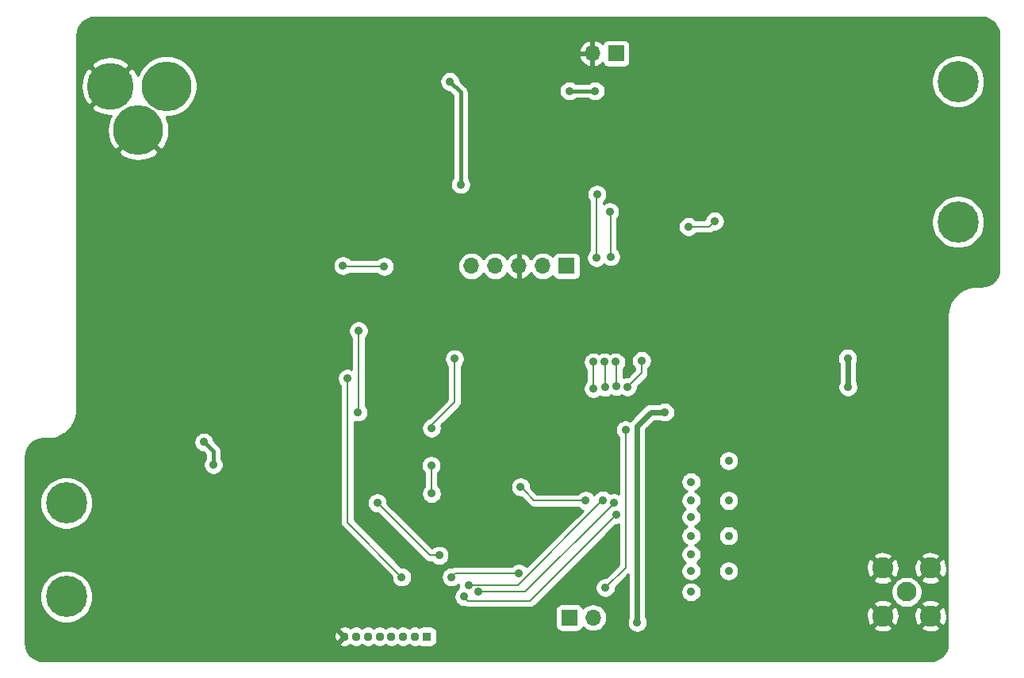
<source format=gbr>
G04 #@! TF.GenerationSoftware,KiCad,Pcbnew,(5.1.4)-1*
G04 #@! TF.CreationDate,2019-12-12T15:50:25+01:00*
G04 #@! TF.ProjectId,Schaltplan_embedded,53636861-6c74-4706-9c61-6e5f656d6265,rev?*
G04 #@! TF.SameCoordinates,Original*
G04 #@! TF.FileFunction,Copper,L2,Bot*
G04 #@! TF.FilePolarity,Positive*
%FSLAX46Y46*%
G04 Gerber Fmt 4.6, Leading zero omitted, Abs format (unit mm)*
G04 Created by KiCad (PCBNEW (5.1.4)-1) date 2019-12-12 15:50:25*
%MOMM*%
%LPD*%
G04 APERTURE LIST*
%ADD10C,4.400000*%
%ADD11C,0.700000*%
%ADD12C,5.300000*%
%ADD13C,5.000000*%
%ADD14R,0.950000X0.950000*%
%ADD15C,0.950000*%
%ADD16C,2.250000*%
%ADD17C,2.100000*%
%ADD18O,1.700000X1.700000*%
%ADD19R,1.700000X1.700000*%
%ADD20C,0.900000*%
%ADD21C,0.200000*%
%ADD22C,0.400000*%
%ADD23C,0.600000*%
%ADD24C,0.254000*%
G04 APERTURE END LIST*
D10*
X97800000Y-95000000D03*
D11*
X99450000Y-95000000D03*
X98966726Y-96166726D03*
X97800000Y-96650000D03*
X96633274Y-96166726D03*
X96150000Y-95000000D03*
X96633274Y-93833274D03*
X97800000Y-93350000D03*
X98966726Y-93833274D03*
X98966726Y-103833274D03*
X97800000Y-103350000D03*
X96633274Y-103833274D03*
X96150000Y-105000000D03*
X96633274Y-106166726D03*
X97800000Y-106650000D03*
X98966726Y-106166726D03*
X99450000Y-105000000D03*
D10*
X97800000Y-105000000D03*
X193000000Y-65000000D03*
D11*
X194650000Y-65000000D03*
X194166726Y-66166726D03*
X193000000Y-66650000D03*
X191833274Y-66166726D03*
X191350000Y-65000000D03*
X191833274Y-63833274D03*
X193000000Y-63350000D03*
X194166726Y-63833274D03*
X194166726Y-48833274D03*
X193000000Y-48350000D03*
X191833274Y-48833274D03*
X191350000Y-50000000D03*
X191833274Y-51166726D03*
X193000000Y-51650000D03*
X194166726Y-51166726D03*
X194650000Y-50000000D03*
D10*
X193000000Y-50000000D03*
D12*
X108500000Y-50500000D03*
D13*
X102500000Y-50500000D03*
D12*
X105500000Y-55200000D03*
D14*
X136250000Y-109250000D03*
D15*
X135000000Y-109250000D03*
X133750000Y-109250000D03*
X132500000Y-109250000D03*
X131250000Y-109250000D03*
X130000000Y-109250000D03*
X128750000Y-109250000D03*
X127500000Y-109250000D03*
D16*
X190050000Y-101950000D03*
X190050000Y-107050000D03*
X184950000Y-107050000D03*
X184950000Y-101950000D03*
D17*
X187500000Y-104500000D03*
D18*
X153960000Y-47000000D03*
D19*
X156500000Y-47000000D03*
X151500000Y-107250000D03*
D18*
X154040000Y-107250000D03*
D19*
X151200000Y-69700000D03*
D18*
X148660000Y-69700000D03*
X146120000Y-69700000D03*
X143580000Y-69700000D03*
X141040000Y-69700000D03*
D20*
X164500000Y-104500000D03*
X164500000Y-102250000D03*
X164500000Y-100500000D03*
X164500000Y-98500000D03*
X164500000Y-96500000D03*
X164500000Y-94750000D03*
X164500000Y-92750000D03*
X168500000Y-102250000D03*
X168500000Y-98500000D03*
X168500000Y-94750000D03*
X168500000Y-90500000D03*
X153250000Y-94750000D03*
X146299988Y-93299988D03*
X136750000Y-77000000D03*
X136750000Y-79000000D03*
X160750000Y-63000000D03*
X153500000Y-54000000D03*
X118250000Y-50500000D03*
X126499984Y-51000000D03*
X118250000Y-55500000D03*
X139750000Y-65750000D03*
X137250000Y-82250000D03*
X125000000Y-94750000D03*
X115000000Y-95700000D03*
X182700000Y-86100000D03*
X119250000Y-78750000D03*
X119250000Y-77500000D03*
X119250000Y-76250000D03*
X120750000Y-76250000D03*
X120750000Y-77500000D03*
X120750000Y-78750000D03*
X119250000Y-80000000D03*
X120750000Y-80000000D03*
X119250000Y-81500000D03*
X119250000Y-75000000D03*
X120750000Y-75000000D03*
X117750000Y-75000000D03*
X116500000Y-75000000D03*
X117750000Y-73750000D03*
X119250000Y-73750000D03*
X120750000Y-73750000D03*
X183500000Y-79750000D03*
X164500000Y-90500000D03*
X171100000Y-83100000D03*
X163500000Y-82800000D03*
X126000000Y-61500000D03*
X122500000Y-61500000D03*
X118000000Y-61500000D03*
X125000000Y-89500000D03*
X118750000Y-89500000D03*
X118750000Y-94750000D03*
X146700000Y-98400000D03*
X142000000Y-90000000D03*
X140250000Y-94500000D03*
X148700000Y-92100006D03*
X152200000Y-76000000D03*
X152200000Y-78400000D03*
X143200000Y-74500000D03*
X146300000Y-74500000D03*
X140450000Y-98150000D03*
X129050000Y-87250000D03*
X167300000Y-78400000D03*
X181650000Y-70625000D03*
X173200000Y-70700000D03*
X178100000Y-65400000D03*
X181175000Y-65375000D03*
X183975000Y-65350000D03*
X130000000Y-60000000D03*
X156750000Y-58000000D03*
X156750000Y-61250000D03*
X156500000Y-106100000D03*
X164100000Y-109800000D03*
X170100000Y-109800000D03*
X176800000Y-109800000D03*
X127400000Y-102700000D03*
X104700000Y-84300000D03*
X102900000Y-64700000D03*
X106900000Y-64700000D03*
X115000000Y-98500000D03*
X141600000Y-59900000D03*
X120700000Y-81500000D03*
X122200000Y-80000000D03*
X122200000Y-78750000D03*
X122200000Y-77500000D03*
X122175000Y-76225000D03*
X122175000Y-74975000D03*
X151500000Y-50999978D03*
X154250000Y-51000000D03*
X161700000Y-85300000D03*
X181200000Y-79550000D03*
X181250000Y-82600000D03*
X158750000Y-107750000D03*
X154400000Y-68800000D03*
X154450000Y-62050000D03*
X155250000Y-79950002D03*
X155300000Y-82650004D03*
X155900000Y-68700000D03*
X155800000Y-63899999D03*
X156450000Y-79950002D03*
X156500000Y-82550000D03*
X155350000Y-104050000D03*
X157500000Y-87200000D03*
X157700000Y-82600000D03*
X159200000Y-79799994D03*
X164199996Y-65500000D03*
X167000000Y-64899994D03*
X137600000Y-100600000D03*
X131000000Y-95000000D03*
X129000000Y-76600000D03*
X128950000Y-85300008D03*
X146100000Y-102500000D03*
X138900000Y-102900000D03*
X133599988Y-102900012D03*
X127800000Y-81700000D03*
X140250000Y-105000000D03*
X156500018Y-96250020D03*
X140750090Y-103750000D03*
X155051304Y-94683768D03*
X141750008Y-104500014D03*
X156250018Y-95000000D03*
X112500000Y-88500000D03*
X113500000Y-90900000D03*
X138750000Y-50000000D03*
X139900000Y-61000000D03*
X131750002Y-69750000D03*
X127334627Y-69665373D03*
X139250000Y-79600000D03*
X136750024Y-91000000D03*
X136800018Y-94000000D03*
X136799994Y-87000000D03*
X154049999Y-82800000D03*
X154050000Y-79950000D03*
D21*
X153250000Y-94750000D02*
X147750000Y-94750000D01*
X147750000Y-94750000D02*
X146749987Y-93749987D01*
X146749987Y-93749987D02*
X146299988Y-93299988D01*
D22*
X154249978Y-50999978D02*
X154250000Y-51000000D01*
X151500000Y-50999978D02*
X154249978Y-50999978D01*
D23*
X158750000Y-86750000D02*
X158750000Y-107750000D01*
X160200000Y-85300000D02*
X158750000Y-86750000D01*
X160200000Y-85300000D02*
X161700000Y-85300000D01*
X181200000Y-79550000D02*
X181200000Y-82550000D01*
X181200000Y-82550000D02*
X181250000Y-82600000D01*
D21*
X154400000Y-62100000D02*
X154450000Y-62050000D01*
X154400000Y-68800000D02*
X154400000Y-62100000D01*
X155300000Y-82650004D02*
X155300000Y-80000002D01*
X155300000Y-80000002D02*
X155250000Y-79950002D01*
X155900000Y-63999999D02*
X155800000Y-63899999D01*
X155900000Y-68700000D02*
X155900000Y-63999999D01*
X156500000Y-82550000D02*
X156500000Y-80000002D01*
X156500000Y-80000002D02*
X156450000Y-79950002D01*
X156450000Y-82500000D02*
X156500000Y-82550000D01*
X157500000Y-101900000D02*
X155350000Y-104050000D01*
X157500000Y-87900000D02*
X157500000Y-101900000D01*
X157500000Y-87900000D02*
X157500000Y-87200000D01*
X157700000Y-82600000D02*
X159200000Y-81100000D01*
X159200000Y-80436390D02*
X159200000Y-79799994D01*
X159200000Y-81100000D02*
X159200000Y-80436390D01*
X164199996Y-65500000D02*
X166399994Y-65500000D01*
X166399994Y-65500000D02*
X166550001Y-65349993D01*
X166550001Y-65349993D02*
X167000000Y-64899994D01*
X136950000Y-100600000D02*
X137600000Y-100600000D01*
X136950000Y-100600000D02*
X136600000Y-100600000D01*
X136600000Y-100600000D02*
X131000000Y-95000000D01*
X129000000Y-85250008D02*
X128950000Y-85300008D01*
X129000000Y-76600000D02*
X129000000Y-85250008D01*
X146100000Y-102500000D02*
X139300000Y-102500000D01*
X139300000Y-102500000D02*
X138900000Y-102900000D01*
X127800000Y-97100024D02*
X127800000Y-82336396D01*
X127800000Y-82336396D02*
X127800000Y-81700000D01*
X133599988Y-102900012D02*
X127800000Y-97100024D01*
X156050019Y-96700019D02*
X156500018Y-96250020D01*
X147300039Y-105449999D02*
X156050019Y-96700019D01*
X140250000Y-105000000D02*
X140699999Y-105449999D01*
X140699999Y-105449999D02*
X147300039Y-105449999D01*
X154601305Y-95133767D02*
X155051304Y-94683768D01*
X154601305Y-95148695D02*
X154601305Y-95133767D01*
X146000000Y-103750000D02*
X154601305Y-95148695D01*
X140750090Y-103750000D02*
X146000000Y-103750000D01*
X155800019Y-95449999D02*
X156250018Y-95000000D01*
X146750004Y-104500014D02*
X155800019Y-95449999D01*
X141750008Y-104500014D02*
X146750004Y-104500014D01*
D22*
X112500000Y-88500000D02*
X113500000Y-89500000D01*
X113500000Y-89500000D02*
X113500000Y-90263604D01*
X113500000Y-90263604D02*
X113500000Y-90900000D01*
X139900000Y-60363604D02*
X139900000Y-61000000D01*
X138750000Y-50000000D02*
X139900000Y-51150000D01*
X139900000Y-51150000D02*
X139900000Y-60363604D01*
D21*
X127419254Y-69750000D02*
X127334627Y-69665373D01*
X131750002Y-69750000D02*
X127419254Y-69750000D01*
X139250000Y-79600000D02*
X139250000Y-84249996D01*
X139250000Y-84249996D02*
X139249996Y-84250000D01*
X136750024Y-91000000D02*
X136750024Y-93950006D01*
X136750024Y-93950006D02*
X136800018Y-94000000D01*
X139249996Y-84250000D02*
X136799994Y-86700002D01*
X136799994Y-86700002D02*
X136799994Y-87000000D01*
X154049999Y-82800000D02*
X154050000Y-82163603D01*
X154050000Y-82163603D02*
X154050000Y-80586396D01*
X154050000Y-80586396D02*
X154050000Y-79950000D01*
D24*
G36*
X195856775Y-43198147D02*
G01*
X196199967Y-43301763D01*
X196516489Y-43470062D01*
X196794299Y-43696637D01*
X197022806Y-43972856D01*
X197193310Y-44288197D01*
X197299319Y-44630656D01*
X197340000Y-45017712D01*
X197340001Y-69967711D01*
X197301853Y-70356776D01*
X197198238Y-70699964D01*
X197029939Y-71016489D01*
X196803365Y-71294296D01*
X196527146Y-71522805D01*
X196211803Y-71693310D01*
X195869344Y-71799319D01*
X195482288Y-71840000D01*
X194967581Y-71840000D01*
X194938282Y-71842886D01*
X194922730Y-71842777D01*
X194913558Y-71843677D01*
X194428316Y-71894678D01*
X194369760Y-71906698D01*
X194310959Y-71917914D01*
X194302138Y-71920578D01*
X193836044Y-72064858D01*
X193780881Y-72088046D01*
X193725435Y-72110448D01*
X193717299Y-72114774D01*
X193288106Y-72346838D01*
X193238539Y-72380271D01*
X193188460Y-72413042D01*
X193181319Y-72418866D01*
X192805374Y-72729875D01*
X192763252Y-72772292D01*
X192720483Y-72814174D01*
X192714610Y-72821275D01*
X192406233Y-73199382D01*
X192373141Y-73249191D01*
X192339334Y-73298563D01*
X192334952Y-73306669D01*
X192105890Y-73737473D01*
X192083099Y-73792767D01*
X192059529Y-73847760D01*
X192056804Y-73856563D01*
X191915781Y-74323653D01*
X191904159Y-74382347D01*
X191891725Y-74440844D01*
X191890762Y-74450009D01*
X191843150Y-74935595D01*
X191843150Y-74935608D01*
X191840001Y-74967581D01*
X191840000Y-109967721D01*
X191801853Y-110356776D01*
X191698238Y-110699964D01*
X191529939Y-111016489D01*
X191303365Y-111294296D01*
X191027146Y-111522805D01*
X190711803Y-111693310D01*
X190369344Y-111799319D01*
X189982288Y-111840000D01*
X95332279Y-111840000D01*
X94943224Y-111801853D01*
X94600036Y-111698238D01*
X94283511Y-111529939D01*
X94005704Y-111303365D01*
X93777195Y-111027146D01*
X93606690Y-110711803D01*
X93500681Y-110369344D01*
X93460000Y-109982288D01*
X93460000Y-109333397D01*
X126387751Y-109333397D01*
X126425393Y-109548784D01*
X126504331Y-109752689D01*
X126528866Y-109798590D01*
X126739752Y-109830643D01*
X127320395Y-109250000D01*
X126739752Y-108669357D01*
X126528866Y-108701410D01*
X126440502Y-108901410D01*
X126392853Y-109114805D01*
X126387751Y-109333397D01*
X93460000Y-109333397D01*
X93460000Y-108489752D01*
X126919357Y-108489752D01*
X127500000Y-109070395D01*
X127514143Y-109056253D01*
X127640000Y-109182110D01*
X127640000Y-109317890D01*
X127514143Y-109443748D01*
X127500000Y-109429605D01*
X126919357Y-110010248D01*
X126951410Y-110221134D01*
X127151410Y-110309498D01*
X127364805Y-110357147D01*
X127583397Y-110362249D01*
X127798784Y-110324607D01*
X128002689Y-110245669D01*
X128048590Y-110221134D01*
X128063052Y-110125982D01*
X128224218Y-110233669D01*
X128426225Y-110317343D01*
X128640675Y-110360000D01*
X128859325Y-110360000D01*
X129073775Y-110317343D01*
X129275782Y-110233669D01*
X129375000Y-110167374D01*
X129474218Y-110233669D01*
X129676225Y-110317343D01*
X129890675Y-110360000D01*
X130109325Y-110360000D01*
X130323775Y-110317343D01*
X130525782Y-110233669D01*
X130625000Y-110167374D01*
X130724218Y-110233669D01*
X130926225Y-110317343D01*
X131140675Y-110360000D01*
X131359325Y-110360000D01*
X131573775Y-110317343D01*
X131775782Y-110233669D01*
X131875000Y-110167374D01*
X131974218Y-110233669D01*
X132176225Y-110317343D01*
X132390675Y-110360000D01*
X132609325Y-110360000D01*
X132823775Y-110317343D01*
X133025782Y-110233669D01*
X133125000Y-110167374D01*
X133224218Y-110233669D01*
X133426225Y-110317343D01*
X133640675Y-110360000D01*
X133859325Y-110360000D01*
X134073775Y-110317343D01*
X134275782Y-110233669D01*
X134375000Y-110167374D01*
X134474218Y-110233669D01*
X134676225Y-110317343D01*
X134890675Y-110360000D01*
X135109325Y-110360000D01*
X135323775Y-110317343D01*
X135443419Y-110267785D01*
X135530820Y-110314502D01*
X135650518Y-110350812D01*
X135775000Y-110363072D01*
X136725000Y-110363072D01*
X136849482Y-110350812D01*
X136969180Y-110314502D01*
X137079494Y-110255537D01*
X137176185Y-110176185D01*
X137255537Y-110079494D01*
X137314502Y-109969180D01*
X137350812Y-109849482D01*
X137363072Y-109725000D01*
X137363072Y-108775000D01*
X137350812Y-108650518D01*
X137314502Y-108530820D01*
X137255537Y-108420506D01*
X137176185Y-108323815D01*
X137079494Y-108244463D01*
X136969180Y-108185498D01*
X136849482Y-108149188D01*
X136725000Y-108136928D01*
X135775000Y-108136928D01*
X135650518Y-108149188D01*
X135530820Y-108185498D01*
X135443419Y-108232215D01*
X135323775Y-108182657D01*
X135109325Y-108140000D01*
X134890675Y-108140000D01*
X134676225Y-108182657D01*
X134474218Y-108266331D01*
X134375000Y-108332626D01*
X134275782Y-108266331D01*
X134073775Y-108182657D01*
X133859325Y-108140000D01*
X133640675Y-108140000D01*
X133426225Y-108182657D01*
X133224218Y-108266331D01*
X133125000Y-108332626D01*
X133025782Y-108266331D01*
X132823775Y-108182657D01*
X132609325Y-108140000D01*
X132390675Y-108140000D01*
X132176225Y-108182657D01*
X131974218Y-108266331D01*
X131875000Y-108332626D01*
X131775782Y-108266331D01*
X131573775Y-108182657D01*
X131359325Y-108140000D01*
X131140675Y-108140000D01*
X130926225Y-108182657D01*
X130724218Y-108266331D01*
X130625000Y-108332626D01*
X130525782Y-108266331D01*
X130323775Y-108182657D01*
X130109325Y-108140000D01*
X129890675Y-108140000D01*
X129676225Y-108182657D01*
X129474218Y-108266331D01*
X129375000Y-108332626D01*
X129275782Y-108266331D01*
X129073775Y-108182657D01*
X128859325Y-108140000D01*
X128640675Y-108140000D01*
X128426225Y-108182657D01*
X128224218Y-108266331D01*
X128063052Y-108374018D01*
X128048590Y-108278866D01*
X127848590Y-108190502D01*
X127635195Y-108142853D01*
X127416603Y-108137751D01*
X127201216Y-108175393D01*
X126997311Y-108254331D01*
X126951410Y-108278866D01*
X126919357Y-108489752D01*
X93460000Y-108489752D01*
X93460000Y-104720777D01*
X94965000Y-104720777D01*
X94965000Y-105279223D01*
X95073948Y-105826939D01*
X95287656Y-106342876D01*
X95597912Y-106807207D01*
X95992793Y-107202088D01*
X96457124Y-107512344D01*
X96973061Y-107726052D01*
X97520777Y-107835000D01*
X98079223Y-107835000D01*
X98626939Y-107726052D01*
X99142876Y-107512344D01*
X99607207Y-107202088D01*
X100002088Y-106807207D01*
X100274174Y-106400000D01*
X150011928Y-106400000D01*
X150011928Y-108100000D01*
X150024188Y-108224482D01*
X150060498Y-108344180D01*
X150119463Y-108454494D01*
X150198815Y-108551185D01*
X150295506Y-108630537D01*
X150405820Y-108689502D01*
X150525518Y-108725812D01*
X150650000Y-108738072D01*
X152350000Y-108738072D01*
X152474482Y-108725812D01*
X152594180Y-108689502D01*
X152704494Y-108630537D01*
X152801185Y-108551185D01*
X152880537Y-108454494D01*
X152939502Y-108344180D01*
X152960393Y-108275313D01*
X152984866Y-108305134D01*
X153210986Y-108490706D01*
X153468966Y-108628599D01*
X153748889Y-108713513D01*
X153967050Y-108735000D01*
X154112950Y-108735000D01*
X154331111Y-108713513D01*
X154611034Y-108628599D01*
X154869014Y-108490706D01*
X155095134Y-108305134D01*
X155280706Y-108079014D01*
X155418599Y-107821034D01*
X155503513Y-107541111D01*
X155532185Y-107250000D01*
X155503513Y-106958889D01*
X155418599Y-106678966D01*
X155280706Y-106420986D01*
X155095134Y-106194866D01*
X154869014Y-106009294D01*
X154611034Y-105871401D01*
X154331111Y-105786487D01*
X154112950Y-105765000D01*
X153967050Y-105765000D01*
X153748889Y-105786487D01*
X153468966Y-105871401D01*
X153210986Y-106009294D01*
X152984866Y-106194866D01*
X152960393Y-106224687D01*
X152939502Y-106155820D01*
X152880537Y-106045506D01*
X152801185Y-105948815D01*
X152704494Y-105869463D01*
X152594180Y-105810498D01*
X152474482Y-105774188D01*
X152350000Y-105761928D01*
X150650000Y-105761928D01*
X150525518Y-105774188D01*
X150405820Y-105810498D01*
X150295506Y-105869463D01*
X150198815Y-105948815D01*
X150119463Y-106045506D01*
X150060498Y-106155820D01*
X150024188Y-106275518D01*
X150011928Y-106400000D01*
X100274174Y-106400000D01*
X100312344Y-106342876D01*
X100526052Y-105826939D01*
X100635000Y-105279223D01*
X100635000Y-104720777D01*
X100526052Y-104173061D01*
X100312344Y-103657124D01*
X100002088Y-103192793D01*
X99607207Y-102797912D01*
X99142876Y-102487656D01*
X98626939Y-102273948D01*
X98079223Y-102165000D01*
X97520777Y-102165000D01*
X96973061Y-102273948D01*
X96457124Y-102487656D01*
X95992793Y-102797912D01*
X95597912Y-103192793D01*
X95287656Y-103657124D01*
X95073948Y-104173061D01*
X94965000Y-104720777D01*
X93460000Y-104720777D01*
X93460000Y-94720777D01*
X94965000Y-94720777D01*
X94965000Y-95279223D01*
X95073948Y-95826939D01*
X95287656Y-96342876D01*
X95597912Y-96807207D01*
X95992793Y-97202088D01*
X96457124Y-97512344D01*
X96973061Y-97726052D01*
X97520777Y-97835000D01*
X98079223Y-97835000D01*
X98626939Y-97726052D01*
X99142876Y-97512344D01*
X99607207Y-97202088D01*
X100002088Y-96807207D01*
X100312344Y-96342876D01*
X100526052Y-95826939D01*
X100635000Y-95279223D01*
X100635000Y-94720777D01*
X100526052Y-94173061D01*
X100312344Y-93657124D01*
X100002088Y-93192793D01*
X99607207Y-92797912D01*
X99142876Y-92487656D01*
X98626939Y-92273948D01*
X98079223Y-92165000D01*
X97520777Y-92165000D01*
X96973061Y-92273948D01*
X96457124Y-92487656D01*
X95992793Y-92797912D01*
X95597912Y-93192793D01*
X95287656Y-93657124D01*
X95073948Y-94173061D01*
X94965000Y-94720777D01*
X93460000Y-94720777D01*
X93460000Y-90032279D01*
X93498147Y-89643225D01*
X93601763Y-89300033D01*
X93770062Y-88983511D01*
X93996637Y-88705701D01*
X94272856Y-88477194D01*
X94428316Y-88393137D01*
X111415000Y-88393137D01*
X111415000Y-88606863D01*
X111456696Y-88816483D01*
X111538485Y-89013940D01*
X111657225Y-89191647D01*
X111808353Y-89342775D01*
X111986060Y-89461515D01*
X112183517Y-89543304D01*
X112393137Y-89585000D01*
X112404132Y-89585000D01*
X112665000Y-89845868D01*
X112665000Y-90200578D01*
X112657225Y-90208353D01*
X112538485Y-90386060D01*
X112456696Y-90583517D01*
X112415000Y-90793137D01*
X112415000Y-91006863D01*
X112456696Y-91216483D01*
X112538485Y-91413940D01*
X112657225Y-91591647D01*
X112808353Y-91742775D01*
X112986060Y-91861515D01*
X113183517Y-91943304D01*
X113393137Y-91985000D01*
X113606863Y-91985000D01*
X113816483Y-91943304D01*
X114013940Y-91861515D01*
X114191647Y-91742775D01*
X114342775Y-91591647D01*
X114461515Y-91413940D01*
X114543304Y-91216483D01*
X114585000Y-91006863D01*
X114585000Y-90793137D01*
X114543304Y-90583517D01*
X114461515Y-90386060D01*
X114342775Y-90208353D01*
X114335000Y-90200578D01*
X114335000Y-89541018D01*
X114339040Y-89500000D01*
X114322918Y-89336312D01*
X114316408Y-89314849D01*
X114275172Y-89178913D01*
X114197636Y-89033854D01*
X114093291Y-88906709D01*
X114061433Y-88880564D01*
X113585000Y-88404132D01*
X113585000Y-88393137D01*
X113543304Y-88183517D01*
X113461515Y-87986060D01*
X113342775Y-87808353D01*
X113191647Y-87657225D01*
X113013940Y-87538485D01*
X112816483Y-87456696D01*
X112606863Y-87415000D01*
X112393137Y-87415000D01*
X112183517Y-87456696D01*
X111986060Y-87538485D01*
X111808353Y-87657225D01*
X111657225Y-87808353D01*
X111538485Y-87986060D01*
X111456696Y-88183517D01*
X111415000Y-88393137D01*
X94428316Y-88393137D01*
X94588197Y-88306690D01*
X94930656Y-88200681D01*
X95317712Y-88160000D01*
X95832419Y-88160000D01*
X95861718Y-88157114D01*
X95877271Y-88157223D01*
X95886442Y-88156323D01*
X96371684Y-88105322D01*
X96430247Y-88093301D01*
X96489040Y-88082086D01*
X96497862Y-88079422D01*
X96963956Y-87935142D01*
X97019086Y-87911967D01*
X97074565Y-87889553D01*
X97082701Y-87885226D01*
X97511894Y-87653162D01*
X97561461Y-87619729D01*
X97611540Y-87586958D01*
X97618681Y-87581133D01*
X97994627Y-87270125D01*
X98036767Y-87227689D01*
X98079517Y-87185826D01*
X98085391Y-87178725D01*
X98393767Y-86800618D01*
X98426859Y-86750809D01*
X98460666Y-86701437D01*
X98465047Y-86693333D01*
X98465051Y-86693325D01*
X98694111Y-86262527D01*
X98716910Y-86207212D01*
X98740471Y-86152240D01*
X98743196Y-86143437D01*
X98884219Y-85676348D01*
X98895845Y-85617631D01*
X98908275Y-85559155D01*
X98909238Y-85549991D01*
X98956850Y-85064404D01*
X98956850Y-85064402D01*
X98960000Y-85032419D01*
X98960000Y-81593137D01*
X126715000Y-81593137D01*
X126715000Y-81806863D01*
X126756696Y-82016483D01*
X126838485Y-82213940D01*
X126957225Y-82391647D01*
X127065001Y-82499423D01*
X127065000Y-97063919D01*
X127061444Y-97100024D01*
X127065000Y-97136128D01*
X127075635Y-97244108D01*
X127117663Y-97382656D01*
X127185913Y-97510343D01*
X127277762Y-97622261D01*
X127305808Y-97645278D01*
X132514988Y-102854459D01*
X132514988Y-103006875D01*
X132556684Y-103216495D01*
X132638473Y-103413952D01*
X132757213Y-103591659D01*
X132908341Y-103742787D01*
X133086048Y-103861527D01*
X133283505Y-103943316D01*
X133493125Y-103985012D01*
X133706851Y-103985012D01*
X133916471Y-103943316D01*
X134113928Y-103861527D01*
X134291635Y-103742787D01*
X134442763Y-103591659D01*
X134561503Y-103413952D01*
X134643292Y-103216495D01*
X134684988Y-103006875D01*
X134684988Y-102793149D01*
X134684986Y-102793137D01*
X137815000Y-102793137D01*
X137815000Y-103006863D01*
X137856696Y-103216483D01*
X137938485Y-103413940D01*
X138057225Y-103591647D01*
X138208353Y-103742775D01*
X138386060Y-103861515D01*
X138583517Y-103943304D01*
X138793137Y-103985000D01*
X139006863Y-103985000D01*
X139216483Y-103943304D01*
X139413940Y-103861515D01*
X139591647Y-103742775D01*
X139665090Y-103669332D01*
X139665090Y-103856863D01*
X139705305Y-104059035D01*
X139558353Y-104157225D01*
X139407225Y-104308353D01*
X139288485Y-104486060D01*
X139206696Y-104683517D01*
X139165000Y-104893137D01*
X139165000Y-105106863D01*
X139206696Y-105316483D01*
X139288485Y-105513940D01*
X139407225Y-105691647D01*
X139558353Y-105842775D01*
X139736060Y-105961515D01*
X139933517Y-106043304D01*
X140143137Y-106085000D01*
X140328806Y-106085000D01*
X140417365Y-106132336D01*
X140555914Y-106174364D01*
X140699999Y-106188555D01*
X140736104Y-106184999D01*
X147263934Y-106184999D01*
X147300039Y-106188555D01*
X147336144Y-106184999D01*
X147444124Y-106174364D01*
X147582672Y-106132336D01*
X147710359Y-106064086D01*
X147822277Y-105972237D01*
X147845298Y-105944186D01*
X156454465Y-97335020D01*
X156606881Y-97335020D01*
X156765001Y-97303568D01*
X156765001Y-101595552D01*
X155395554Y-102965000D01*
X155243137Y-102965000D01*
X155033517Y-103006696D01*
X154836060Y-103088485D01*
X154658353Y-103207225D01*
X154507225Y-103358353D01*
X154388485Y-103536060D01*
X154306696Y-103733517D01*
X154265000Y-103943137D01*
X154265000Y-104156863D01*
X154306696Y-104366483D01*
X154388485Y-104563940D01*
X154507225Y-104741647D01*
X154658353Y-104892775D01*
X154836060Y-105011515D01*
X155033517Y-105093304D01*
X155243137Y-105135000D01*
X155456863Y-105135000D01*
X155666483Y-105093304D01*
X155863940Y-105011515D01*
X156041647Y-104892775D01*
X156192775Y-104741647D01*
X156311515Y-104563940D01*
X156393304Y-104366483D01*
X156435000Y-104156863D01*
X156435000Y-104004446D01*
X157815001Y-102624446D01*
X157815001Y-107196376D01*
X157788485Y-107236060D01*
X157706696Y-107433517D01*
X157665000Y-107643137D01*
X157665000Y-107856863D01*
X157706696Y-108066483D01*
X157788485Y-108263940D01*
X157907225Y-108441647D01*
X158058353Y-108592775D01*
X158236060Y-108711515D01*
X158433517Y-108793304D01*
X158643137Y-108835000D01*
X158856863Y-108835000D01*
X159066483Y-108793304D01*
X159263940Y-108711515D01*
X159441647Y-108592775D01*
X159592775Y-108441647D01*
X159704438Y-108274531D01*
X183905074Y-108274531D01*
X184015921Y-108551714D01*
X184326840Y-108705089D01*
X184661705Y-108794860D01*
X185007650Y-108817576D01*
X185351380Y-108772366D01*
X185679685Y-108660966D01*
X185884079Y-108551714D01*
X185994926Y-108274531D01*
X189005074Y-108274531D01*
X189115921Y-108551714D01*
X189426840Y-108705089D01*
X189761705Y-108794860D01*
X190107650Y-108817576D01*
X190451380Y-108772366D01*
X190779685Y-108660966D01*
X190984079Y-108551714D01*
X191094926Y-108274531D01*
X190050000Y-107229605D01*
X189005074Y-108274531D01*
X185994926Y-108274531D01*
X184950000Y-107229605D01*
X183905074Y-108274531D01*
X159704438Y-108274531D01*
X159711515Y-108263940D01*
X159793304Y-108066483D01*
X159835000Y-107856863D01*
X159835000Y-107643137D01*
X159793304Y-107433517D01*
X159711515Y-107236060D01*
X159685000Y-107196377D01*
X159685000Y-107107650D01*
X183182424Y-107107650D01*
X183227634Y-107451380D01*
X183339034Y-107779685D01*
X183448286Y-107984079D01*
X183725469Y-108094926D01*
X184770395Y-107050000D01*
X185129605Y-107050000D01*
X186174531Y-108094926D01*
X186451714Y-107984079D01*
X186605089Y-107673160D01*
X186694860Y-107338295D01*
X186710004Y-107107650D01*
X188282424Y-107107650D01*
X188327634Y-107451380D01*
X188439034Y-107779685D01*
X188548286Y-107984079D01*
X188825469Y-108094926D01*
X189870395Y-107050000D01*
X190229605Y-107050000D01*
X191274531Y-108094926D01*
X191551714Y-107984079D01*
X191705089Y-107673160D01*
X191794860Y-107338295D01*
X191817576Y-106992350D01*
X191772366Y-106648620D01*
X191660966Y-106320315D01*
X191551714Y-106115921D01*
X191274531Y-106005074D01*
X190229605Y-107050000D01*
X189870395Y-107050000D01*
X188825469Y-106005074D01*
X188548286Y-106115921D01*
X188394911Y-106426840D01*
X188305140Y-106761705D01*
X188282424Y-107107650D01*
X186710004Y-107107650D01*
X186717576Y-106992350D01*
X186672366Y-106648620D01*
X186560966Y-106320315D01*
X186451714Y-106115921D01*
X186174531Y-106005074D01*
X185129605Y-107050000D01*
X184770395Y-107050000D01*
X183725469Y-106005074D01*
X183448286Y-106115921D01*
X183294911Y-106426840D01*
X183205140Y-106761705D01*
X183182424Y-107107650D01*
X159685000Y-107107650D01*
X159685000Y-105825469D01*
X183905074Y-105825469D01*
X184950000Y-106870395D01*
X185994926Y-105825469D01*
X185884079Y-105548286D01*
X185573160Y-105394911D01*
X185238295Y-105305140D01*
X184892350Y-105282424D01*
X184548620Y-105327634D01*
X184220315Y-105439034D01*
X184015921Y-105548286D01*
X183905074Y-105825469D01*
X159685000Y-105825469D01*
X159685000Y-104393137D01*
X163415000Y-104393137D01*
X163415000Y-104606863D01*
X163456696Y-104816483D01*
X163538485Y-105013940D01*
X163657225Y-105191647D01*
X163808353Y-105342775D01*
X163986060Y-105461515D01*
X164183517Y-105543304D01*
X164393137Y-105585000D01*
X164606863Y-105585000D01*
X164816483Y-105543304D01*
X165013940Y-105461515D01*
X165191647Y-105342775D01*
X165342775Y-105191647D01*
X165461515Y-105013940D01*
X165543304Y-104816483D01*
X165585000Y-104606863D01*
X165585000Y-104393137D01*
X165573246Y-104334042D01*
X185815000Y-104334042D01*
X185815000Y-104665958D01*
X185879754Y-104991496D01*
X186006772Y-105298147D01*
X186191175Y-105574125D01*
X186425875Y-105808825D01*
X186701853Y-105993228D01*
X187008504Y-106120246D01*
X187334042Y-106185000D01*
X187665958Y-106185000D01*
X187991496Y-106120246D01*
X188298147Y-105993228D01*
X188549215Y-105825469D01*
X189005074Y-105825469D01*
X190050000Y-106870395D01*
X191094926Y-105825469D01*
X190984079Y-105548286D01*
X190673160Y-105394911D01*
X190338295Y-105305140D01*
X189992350Y-105282424D01*
X189648620Y-105327634D01*
X189320315Y-105439034D01*
X189115921Y-105548286D01*
X189005074Y-105825469D01*
X188549215Y-105825469D01*
X188574125Y-105808825D01*
X188808825Y-105574125D01*
X188993228Y-105298147D01*
X189120246Y-104991496D01*
X189185000Y-104665958D01*
X189185000Y-104334042D01*
X189120246Y-104008504D01*
X188993228Y-103701853D01*
X188808825Y-103425875D01*
X188574125Y-103191175D01*
X188549216Y-103174531D01*
X189005074Y-103174531D01*
X189115921Y-103451714D01*
X189426840Y-103605089D01*
X189761705Y-103694860D01*
X190107650Y-103717576D01*
X190451380Y-103672366D01*
X190779685Y-103560966D01*
X190984079Y-103451714D01*
X191094926Y-103174531D01*
X190050000Y-102129605D01*
X189005074Y-103174531D01*
X188549216Y-103174531D01*
X188298147Y-103006772D01*
X187991496Y-102879754D01*
X187665958Y-102815000D01*
X187334042Y-102815000D01*
X187008504Y-102879754D01*
X186701853Y-103006772D01*
X186425875Y-103191175D01*
X186191175Y-103425875D01*
X186006772Y-103701853D01*
X185879754Y-104008504D01*
X185815000Y-104334042D01*
X165573246Y-104334042D01*
X165543304Y-104183517D01*
X165461515Y-103986060D01*
X165342775Y-103808353D01*
X165191647Y-103657225D01*
X165013940Y-103538485D01*
X164816483Y-103456696D01*
X164606863Y-103415000D01*
X164393137Y-103415000D01*
X164183517Y-103456696D01*
X163986060Y-103538485D01*
X163808353Y-103657225D01*
X163657225Y-103808353D01*
X163538485Y-103986060D01*
X163456696Y-104183517D01*
X163415000Y-104393137D01*
X159685000Y-104393137D01*
X159685000Y-92643137D01*
X163415000Y-92643137D01*
X163415000Y-92856863D01*
X163456696Y-93066483D01*
X163538485Y-93263940D01*
X163657225Y-93441647D01*
X163808353Y-93592775D01*
X163986060Y-93711515D01*
X164078971Y-93750000D01*
X163986060Y-93788485D01*
X163808353Y-93907225D01*
X163657225Y-94058353D01*
X163538485Y-94236060D01*
X163456696Y-94433517D01*
X163415000Y-94643137D01*
X163415000Y-94856863D01*
X163456696Y-95066483D01*
X163538485Y-95263940D01*
X163657225Y-95441647D01*
X163808353Y-95592775D01*
X163856581Y-95625000D01*
X163808353Y-95657225D01*
X163657225Y-95808353D01*
X163538485Y-95986060D01*
X163456696Y-96183517D01*
X163415000Y-96393137D01*
X163415000Y-96606863D01*
X163456696Y-96816483D01*
X163538485Y-97013940D01*
X163657225Y-97191647D01*
X163808353Y-97342775D01*
X163986060Y-97461515D01*
X164078971Y-97500000D01*
X163986060Y-97538485D01*
X163808353Y-97657225D01*
X163657225Y-97808353D01*
X163538485Y-97986060D01*
X163456696Y-98183517D01*
X163415000Y-98393137D01*
X163415000Y-98606863D01*
X163456696Y-98816483D01*
X163538485Y-99013940D01*
X163657225Y-99191647D01*
X163808353Y-99342775D01*
X163986060Y-99461515D01*
X164078971Y-99500000D01*
X163986060Y-99538485D01*
X163808353Y-99657225D01*
X163657225Y-99808353D01*
X163538485Y-99986060D01*
X163456696Y-100183517D01*
X163415000Y-100393137D01*
X163415000Y-100606863D01*
X163456696Y-100816483D01*
X163538485Y-101013940D01*
X163657225Y-101191647D01*
X163808353Y-101342775D01*
X163856581Y-101375000D01*
X163808353Y-101407225D01*
X163657225Y-101558353D01*
X163538485Y-101736060D01*
X163456696Y-101933517D01*
X163415000Y-102143137D01*
X163415000Y-102356863D01*
X163456696Y-102566483D01*
X163538485Y-102763940D01*
X163657225Y-102941647D01*
X163808353Y-103092775D01*
X163986060Y-103211515D01*
X164183517Y-103293304D01*
X164393137Y-103335000D01*
X164606863Y-103335000D01*
X164816483Y-103293304D01*
X165013940Y-103211515D01*
X165191647Y-103092775D01*
X165342775Y-102941647D01*
X165461515Y-102763940D01*
X165543304Y-102566483D01*
X165585000Y-102356863D01*
X165585000Y-102143137D01*
X167415000Y-102143137D01*
X167415000Y-102356863D01*
X167456696Y-102566483D01*
X167538485Y-102763940D01*
X167657225Y-102941647D01*
X167808353Y-103092775D01*
X167986060Y-103211515D01*
X168183517Y-103293304D01*
X168393137Y-103335000D01*
X168606863Y-103335000D01*
X168816483Y-103293304D01*
X169013940Y-103211515D01*
X169069290Y-103174531D01*
X183905074Y-103174531D01*
X184015921Y-103451714D01*
X184326840Y-103605089D01*
X184661705Y-103694860D01*
X185007650Y-103717576D01*
X185351380Y-103672366D01*
X185679685Y-103560966D01*
X185884079Y-103451714D01*
X185994926Y-103174531D01*
X184950000Y-102129605D01*
X183905074Y-103174531D01*
X169069290Y-103174531D01*
X169191647Y-103092775D01*
X169342775Y-102941647D01*
X169461515Y-102763940D01*
X169543304Y-102566483D01*
X169585000Y-102356863D01*
X169585000Y-102143137D01*
X169558050Y-102007650D01*
X183182424Y-102007650D01*
X183227634Y-102351380D01*
X183339034Y-102679685D01*
X183448286Y-102884079D01*
X183725469Y-102994926D01*
X184770395Y-101950000D01*
X185129605Y-101950000D01*
X186174531Y-102994926D01*
X186451714Y-102884079D01*
X186605089Y-102573160D01*
X186694860Y-102238295D01*
X186710004Y-102007650D01*
X188282424Y-102007650D01*
X188327634Y-102351380D01*
X188439034Y-102679685D01*
X188548286Y-102884079D01*
X188825469Y-102994926D01*
X189870395Y-101950000D01*
X190229605Y-101950000D01*
X191274531Y-102994926D01*
X191551714Y-102884079D01*
X191705089Y-102573160D01*
X191794860Y-102238295D01*
X191817576Y-101892350D01*
X191772366Y-101548620D01*
X191660966Y-101220315D01*
X191551714Y-101015921D01*
X191274531Y-100905074D01*
X190229605Y-101950000D01*
X189870395Y-101950000D01*
X188825469Y-100905074D01*
X188548286Y-101015921D01*
X188394911Y-101326840D01*
X188305140Y-101661705D01*
X188282424Y-102007650D01*
X186710004Y-102007650D01*
X186717576Y-101892350D01*
X186672366Y-101548620D01*
X186560966Y-101220315D01*
X186451714Y-101015921D01*
X186174531Y-100905074D01*
X185129605Y-101950000D01*
X184770395Y-101950000D01*
X183725469Y-100905074D01*
X183448286Y-101015921D01*
X183294911Y-101326840D01*
X183205140Y-101661705D01*
X183182424Y-102007650D01*
X169558050Y-102007650D01*
X169543304Y-101933517D01*
X169461515Y-101736060D01*
X169342775Y-101558353D01*
X169191647Y-101407225D01*
X169013940Y-101288485D01*
X168816483Y-101206696D01*
X168606863Y-101165000D01*
X168393137Y-101165000D01*
X168183517Y-101206696D01*
X167986060Y-101288485D01*
X167808353Y-101407225D01*
X167657225Y-101558353D01*
X167538485Y-101736060D01*
X167456696Y-101933517D01*
X167415000Y-102143137D01*
X165585000Y-102143137D01*
X165543304Y-101933517D01*
X165461515Y-101736060D01*
X165342775Y-101558353D01*
X165191647Y-101407225D01*
X165143419Y-101375000D01*
X165191647Y-101342775D01*
X165342775Y-101191647D01*
X165461515Y-101013940D01*
X165543304Y-100816483D01*
X165561407Y-100725469D01*
X183905074Y-100725469D01*
X184950000Y-101770395D01*
X185994926Y-100725469D01*
X189005074Y-100725469D01*
X190050000Y-101770395D01*
X191094926Y-100725469D01*
X190984079Y-100448286D01*
X190673160Y-100294911D01*
X190338295Y-100205140D01*
X189992350Y-100182424D01*
X189648620Y-100227634D01*
X189320315Y-100339034D01*
X189115921Y-100448286D01*
X189005074Y-100725469D01*
X185994926Y-100725469D01*
X185884079Y-100448286D01*
X185573160Y-100294911D01*
X185238295Y-100205140D01*
X184892350Y-100182424D01*
X184548620Y-100227634D01*
X184220315Y-100339034D01*
X184015921Y-100448286D01*
X183905074Y-100725469D01*
X165561407Y-100725469D01*
X165585000Y-100606863D01*
X165585000Y-100393137D01*
X165543304Y-100183517D01*
X165461515Y-99986060D01*
X165342775Y-99808353D01*
X165191647Y-99657225D01*
X165013940Y-99538485D01*
X164921029Y-99500000D01*
X165013940Y-99461515D01*
X165191647Y-99342775D01*
X165342775Y-99191647D01*
X165461515Y-99013940D01*
X165543304Y-98816483D01*
X165585000Y-98606863D01*
X165585000Y-98393137D01*
X167415000Y-98393137D01*
X167415000Y-98606863D01*
X167456696Y-98816483D01*
X167538485Y-99013940D01*
X167657225Y-99191647D01*
X167808353Y-99342775D01*
X167986060Y-99461515D01*
X168183517Y-99543304D01*
X168393137Y-99585000D01*
X168606863Y-99585000D01*
X168816483Y-99543304D01*
X169013940Y-99461515D01*
X169191647Y-99342775D01*
X169342775Y-99191647D01*
X169461515Y-99013940D01*
X169543304Y-98816483D01*
X169585000Y-98606863D01*
X169585000Y-98393137D01*
X169543304Y-98183517D01*
X169461515Y-97986060D01*
X169342775Y-97808353D01*
X169191647Y-97657225D01*
X169013940Y-97538485D01*
X168816483Y-97456696D01*
X168606863Y-97415000D01*
X168393137Y-97415000D01*
X168183517Y-97456696D01*
X167986060Y-97538485D01*
X167808353Y-97657225D01*
X167657225Y-97808353D01*
X167538485Y-97986060D01*
X167456696Y-98183517D01*
X167415000Y-98393137D01*
X165585000Y-98393137D01*
X165543304Y-98183517D01*
X165461515Y-97986060D01*
X165342775Y-97808353D01*
X165191647Y-97657225D01*
X165013940Y-97538485D01*
X164921029Y-97500000D01*
X165013940Y-97461515D01*
X165191647Y-97342775D01*
X165342775Y-97191647D01*
X165461515Y-97013940D01*
X165543304Y-96816483D01*
X165585000Y-96606863D01*
X165585000Y-96393137D01*
X165543304Y-96183517D01*
X165461515Y-95986060D01*
X165342775Y-95808353D01*
X165191647Y-95657225D01*
X165143419Y-95625000D01*
X165191647Y-95592775D01*
X165342775Y-95441647D01*
X165461515Y-95263940D01*
X165543304Y-95066483D01*
X165585000Y-94856863D01*
X165585000Y-94643137D01*
X167415000Y-94643137D01*
X167415000Y-94856863D01*
X167456696Y-95066483D01*
X167538485Y-95263940D01*
X167657225Y-95441647D01*
X167808353Y-95592775D01*
X167986060Y-95711515D01*
X168183517Y-95793304D01*
X168393137Y-95835000D01*
X168606863Y-95835000D01*
X168816483Y-95793304D01*
X169013940Y-95711515D01*
X169191647Y-95592775D01*
X169342775Y-95441647D01*
X169461515Y-95263940D01*
X169543304Y-95066483D01*
X169585000Y-94856863D01*
X169585000Y-94643137D01*
X169543304Y-94433517D01*
X169461515Y-94236060D01*
X169342775Y-94058353D01*
X169191647Y-93907225D01*
X169013940Y-93788485D01*
X168816483Y-93706696D01*
X168606863Y-93665000D01*
X168393137Y-93665000D01*
X168183517Y-93706696D01*
X167986060Y-93788485D01*
X167808353Y-93907225D01*
X167657225Y-94058353D01*
X167538485Y-94236060D01*
X167456696Y-94433517D01*
X167415000Y-94643137D01*
X165585000Y-94643137D01*
X165543304Y-94433517D01*
X165461515Y-94236060D01*
X165342775Y-94058353D01*
X165191647Y-93907225D01*
X165013940Y-93788485D01*
X164921029Y-93750000D01*
X165013940Y-93711515D01*
X165191647Y-93592775D01*
X165342775Y-93441647D01*
X165461515Y-93263940D01*
X165543304Y-93066483D01*
X165585000Y-92856863D01*
X165585000Y-92643137D01*
X165543304Y-92433517D01*
X165461515Y-92236060D01*
X165342775Y-92058353D01*
X165191647Y-91907225D01*
X165013940Y-91788485D01*
X164816483Y-91706696D01*
X164606863Y-91665000D01*
X164393137Y-91665000D01*
X164183517Y-91706696D01*
X163986060Y-91788485D01*
X163808353Y-91907225D01*
X163657225Y-92058353D01*
X163538485Y-92236060D01*
X163456696Y-92433517D01*
X163415000Y-92643137D01*
X159685000Y-92643137D01*
X159685000Y-90393137D01*
X167415000Y-90393137D01*
X167415000Y-90606863D01*
X167456696Y-90816483D01*
X167538485Y-91013940D01*
X167657225Y-91191647D01*
X167808353Y-91342775D01*
X167986060Y-91461515D01*
X168183517Y-91543304D01*
X168393137Y-91585000D01*
X168606863Y-91585000D01*
X168816483Y-91543304D01*
X169013940Y-91461515D01*
X169191647Y-91342775D01*
X169342775Y-91191647D01*
X169461515Y-91013940D01*
X169543304Y-90816483D01*
X169585000Y-90606863D01*
X169585000Y-90393137D01*
X169543304Y-90183517D01*
X169461515Y-89986060D01*
X169342775Y-89808353D01*
X169191647Y-89657225D01*
X169013940Y-89538485D01*
X168816483Y-89456696D01*
X168606863Y-89415000D01*
X168393137Y-89415000D01*
X168183517Y-89456696D01*
X167986060Y-89538485D01*
X167808353Y-89657225D01*
X167657225Y-89808353D01*
X167538485Y-89986060D01*
X167456696Y-90183517D01*
X167415000Y-90393137D01*
X159685000Y-90393137D01*
X159685000Y-87137289D01*
X160587289Y-86235000D01*
X161146377Y-86235000D01*
X161186060Y-86261515D01*
X161383517Y-86343304D01*
X161593137Y-86385000D01*
X161806863Y-86385000D01*
X162016483Y-86343304D01*
X162213940Y-86261515D01*
X162391647Y-86142775D01*
X162542775Y-85991647D01*
X162661515Y-85813940D01*
X162743304Y-85616483D01*
X162785000Y-85406863D01*
X162785000Y-85193137D01*
X162743304Y-84983517D01*
X162661515Y-84786060D01*
X162542775Y-84608353D01*
X162391647Y-84457225D01*
X162213940Y-84338485D01*
X162016483Y-84256696D01*
X161806863Y-84215000D01*
X161593137Y-84215000D01*
X161383517Y-84256696D01*
X161186060Y-84338485D01*
X161146377Y-84365000D01*
X160245935Y-84365000D01*
X160200000Y-84360476D01*
X160016708Y-84378528D01*
X159840459Y-84431993D01*
X159793254Y-84457225D01*
X159678028Y-84518814D01*
X159535656Y-84635656D01*
X159506370Y-84671341D01*
X158121341Y-86056370D01*
X158085656Y-86085656D01*
X157973858Y-86221883D01*
X157816483Y-86156696D01*
X157606863Y-86115000D01*
X157393137Y-86115000D01*
X157183517Y-86156696D01*
X156986060Y-86238485D01*
X156808353Y-86357225D01*
X156657225Y-86508353D01*
X156538485Y-86686060D01*
X156456696Y-86883517D01*
X156415000Y-87093137D01*
X156415000Y-87306863D01*
X156456696Y-87516483D01*
X156538485Y-87713940D01*
X156657225Y-87891647D01*
X156765000Y-87999422D01*
X156765000Y-94039182D01*
X156763958Y-94038485D01*
X156566501Y-93956696D01*
X156356881Y-93915000D01*
X156143155Y-93915000D01*
X155933535Y-93956696D01*
X155880586Y-93978628D01*
X155742951Y-93840993D01*
X155565244Y-93722253D01*
X155367787Y-93640464D01*
X155158167Y-93598768D01*
X154944441Y-93598768D01*
X154734821Y-93640464D01*
X154537364Y-93722253D01*
X154359657Y-93840993D01*
X154208529Y-93992121D01*
X154128525Y-94111856D01*
X154092775Y-94058353D01*
X153941647Y-93907225D01*
X153763940Y-93788485D01*
X153566483Y-93706696D01*
X153356863Y-93665000D01*
X153143137Y-93665000D01*
X152933517Y-93706696D01*
X152736060Y-93788485D01*
X152558353Y-93907225D01*
X152450578Y-94015000D01*
X148054447Y-94015000D01*
X147384988Y-93345542D01*
X147384988Y-93193125D01*
X147343292Y-92983505D01*
X147261503Y-92786048D01*
X147142763Y-92608341D01*
X146991635Y-92457213D01*
X146813928Y-92338473D01*
X146616471Y-92256684D01*
X146406851Y-92214988D01*
X146193125Y-92214988D01*
X145983505Y-92256684D01*
X145786048Y-92338473D01*
X145608341Y-92457213D01*
X145457213Y-92608341D01*
X145338473Y-92786048D01*
X145256684Y-92983505D01*
X145214988Y-93193125D01*
X145214988Y-93406851D01*
X145256684Y-93616471D01*
X145338473Y-93813928D01*
X145457213Y-93991635D01*
X145608341Y-94142763D01*
X145786048Y-94261503D01*
X145983505Y-94343292D01*
X146193125Y-94384988D01*
X146345542Y-94384988D01*
X147204746Y-95244193D01*
X147227762Y-95272238D01*
X147339680Y-95364087D01*
X147467367Y-95432337D01*
X147580225Y-95466572D01*
X147605915Y-95474365D01*
X147750000Y-95488556D01*
X147786105Y-95485000D01*
X152450578Y-95485000D01*
X152558353Y-95592775D01*
X152736060Y-95711515D01*
X152922014Y-95788539D01*
X146922488Y-101788066D01*
X146791647Y-101657225D01*
X146613940Y-101538485D01*
X146416483Y-101456696D01*
X146206863Y-101415000D01*
X145993137Y-101415000D01*
X145783517Y-101456696D01*
X145586060Y-101538485D01*
X145408353Y-101657225D01*
X145300578Y-101765000D01*
X139336094Y-101765000D01*
X139299999Y-101761445D01*
X139263904Y-101765000D01*
X139263895Y-101765000D01*
X139155915Y-101775635D01*
X139018509Y-101817317D01*
X139006863Y-101815000D01*
X138793137Y-101815000D01*
X138583517Y-101856696D01*
X138386060Y-101938485D01*
X138208353Y-102057225D01*
X138057225Y-102208353D01*
X137938485Y-102386060D01*
X137856696Y-102583517D01*
X137815000Y-102793137D01*
X134684986Y-102793137D01*
X134643292Y-102583529D01*
X134561503Y-102386072D01*
X134442763Y-102208365D01*
X134291635Y-102057237D01*
X134113928Y-101938497D01*
X133916471Y-101856708D01*
X133706851Y-101815012D01*
X133554435Y-101815012D01*
X128535000Y-96795578D01*
X128535000Y-94893137D01*
X129915000Y-94893137D01*
X129915000Y-95106863D01*
X129956696Y-95316483D01*
X130038485Y-95513940D01*
X130157225Y-95691647D01*
X130308353Y-95842775D01*
X130486060Y-95961515D01*
X130683517Y-96043304D01*
X130893137Y-96085000D01*
X131045554Y-96085000D01*
X136054746Y-101094193D01*
X136077762Y-101122238D01*
X136189680Y-101214087D01*
X136317367Y-101282337D01*
X136455915Y-101324365D01*
X136600000Y-101338556D01*
X136636105Y-101335000D01*
X136800578Y-101335000D01*
X136908353Y-101442775D01*
X137086060Y-101561515D01*
X137283517Y-101643304D01*
X137493137Y-101685000D01*
X137706863Y-101685000D01*
X137916483Y-101643304D01*
X138113940Y-101561515D01*
X138291647Y-101442775D01*
X138442775Y-101291647D01*
X138561515Y-101113940D01*
X138643304Y-100916483D01*
X138685000Y-100706863D01*
X138685000Y-100493137D01*
X138643304Y-100283517D01*
X138561515Y-100086060D01*
X138442775Y-99908353D01*
X138291647Y-99757225D01*
X138113940Y-99638485D01*
X137916483Y-99556696D01*
X137706863Y-99515000D01*
X137493137Y-99515000D01*
X137283517Y-99556696D01*
X137086060Y-99638485D01*
X136908353Y-99757225D01*
X136852512Y-99813066D01*
X132085000Y-95045554D01*
X132085000Y-94893137D01*
X132043304Y-94683517D01*
X131961515Y-94486060D01*
X131842775Y-94308353D01*
X131691647Y-94157225D01*
X131513940Y-94038485D01*
X131316483Y-93956696D01*
X131106863Y-93915000D01*
X130893137Y-93915000D01*
X130683517Y-93956696D01*
X130486060Y-94038485D01*
X130308353Y-94157225D01*
X130157225Y-94308353D01*
X130038485Y-94486060D01*
X129956696Y-94683517D01*
X129915000Y-94893137D01*
X128535000Y-94893137D01*
X128535000Y-90893137D01*
X135665024Y-90893137D01*
X135665024Y-91106863D01*
X135706720Y-91316483D01*
X135788509Y-91513940D01*
X135907249Y-91691647D01*
X136015024Y-91799422D01*
X136015025Y-93250571D01*
X135957243Y-93308353D01*
X135838503Y-93486060D01*
X135756714Y-93683517D01*
X135715018Y-93893137D01*
X135715018Y-94106863D01*
X135756714Y-94316483D01*
X135838503Y-94513940D01*
X135957243Y-94691647D01*
X136108371Y-94842775D01*
X136286078Y-94961515D01*
X136483535Y-95043304D01*
X136693155Y-95085000D01*
X136906881Y-95085000D01*
X137116501Y-95043304D01*
X137313958Y-94961515D01*
X137491665Y-94842775D01*
X137642793Y-94691647D01*
X137761533Y-94513940D01*
X137843322Y-94316483D01*
X137885018Y-94106863D01*
X137885018Y-93893137D01*
X137843322Y-93683517D01*
X137761533Y-93486060D01*
X137642793Y-93308353D01*
X137491665Y-93157225D01*
X137485024Y-93152788D01*
X137485024Y-91799422D01*
X137592799Y-91691647D01*
X137711539Y-91513940D01*
X137793328Y-91316483D01*
X137835024Y-91106863D01*
X137835024Y-90893137D01*
X137793328Y-90683517D01*
X137711539Y-90486060D01*
X137592799Y-90308353D01*
X137441671Y-90157225D01*
X137263964Y-90038485D01*
X137066507Y-89956696D01*
X136856887Y-89915000D01*
X136643161Y-89915000D01*
X136433541Y-89956696D01*
X136236084Y-90038485D01*
X136058377Y-90157225D01*
X135907249Y-90308353D01*
X135788509Y-90486060D01*
X135706720Y-90683517D01*
X135665024Y-90893137D01*
X128535000Y-90893137D01*
X128535000Y-86893137D01*
X135714994Y-86893137D01*
X135714994Y-87106863D01*
X135756690Y-87316483D01*
X135838479Y-87513940D01*
X135957219Y-87691647D01*
X136108347Y-87842775D01*
X136286054Y-87961515D01*
X136483511Y-88043304D01*
X136693131Y-88085000D01*
X136906857Y-88085000D01*
X137116477Y-88043304D01*
X137313934Y-87961515D01*
X137491641Y-87842775D01*
X137642769Y-87691647D01*
X137761509Y-87513940D01*
X137843298Y-87316483D01*
X137884994Y-87106863D01*
X137884994Y-86893137D01*
X137845393Y-86694049D01*
X139744193Y-84795250D01*
X139772238Y-84772234D01*
X139864087Y-84660316D01*
X139932337Y-84532629D01*
X139974365Y-84394081D01*
X139985000Y-84286101D01*
X139988556Y-84249996D01*
X139985000Y-84213891D01*
X139985000Y-82693137D01*
X152964999Y-82693137D01*
X152964999Y-82906863D01*
X153006695Y-83116483D01*
X153088484Y-83313940D01*
X153207224Y-83491647D01*
X153358352Y-83642775D01*
X153536059Y-83761515D01*
X153733516Y-83843304D01*
X153943136Y-83885000D01*
X154156862Y-83885000D01*
X154366482Y-83843304D01*
X154563939Y-83761515D01*
X154741646Y-83642775D01*
X154778172Y-83606249D01*
X154786060Y-83611519D01*
X154983517Y-83693308D01*
X155193137Y-83735004D01*
X155406863Y-83735004D01*
X155616483Y-83693308D01*
X155813940Y-83611519D01*
X155974833Y-83504014D01*
X155986060Y-83511515D01*
X156183517Y-83593304D01*
X156393137Y-83635000D01*
X156606863Y-83635000D01*
X156816483Y-83593304D01*
X157013940Y-83511515D01*
X157062585Y-83479012D01*
X157186060Y-83561515D01*
X157383517Y-83643304D01*
X157593137Y-83685000D01*
X157806863Y-83685000D01*
X158016483Y-83643304D01*
X158213940Y-83561515D01*
X158391647Y-83442775D01*
X158542775Y-83291647D01*
X158661515Y-83113940D01*
X158743304Y-82916483D01*
X158785000Y-82706863D01*
X158785000Y-82554446D01*
X159694197Y-81645250D01*
X159722237Y-81622238D01*
X159745250Y-81594197D01*
X159745253Y-81594194D01*
X159814086Y-81510321D01*
X159814087Y-81510320D01*
X159882337Y-81382633D01*
X159924365Y-81244085D01*
X159935000Y-81136105D01*
X159935000Y-81136096D01*
X159938555Y-81100001D01*
X159935000Y-81063906D01*
X159935000Y-80599416D01*
X160042775Y-80491641D01*
X160161515Y-80313934D01*
X160243304Y-80116477D01*
X160285000Y-79906857D01*
X160285000Y-79693131D01*
X160243304Y-79483511D01*
X160226581Y-79443137D01*
X180115000Y-79443137D01*
X180115000Y-79656863D01*
X180156696Y-79866483D01*
X180238485Y-80063940D01*
X180265000Y-80103623D01*
X180265001Y-82142756D01*
X180206696Y-82283517D01*
X180165000Y-82493137D01*
X180165000Y-82706863D01*
X180206696Y-82916483D01*
X180288485Y-83113940D01*
X180407225Y-83291647D01*
X180558353Y-83442775D01*
X180736060Y-83561515D01*
X180933517Y-83643304D01*
X181143137Y-83685000D01*
X181356863Y-83685000D01*
X181566483Y-83643304D01*
X181763940Y-83561515D01*
X181941647Y-83442775D01*
X182092775Y-83291647D01*
X182211515Y-83113940D01*
X182293304Y-82916483D01*
X182335000Y-82706863D01*
X182335000Y-82493137D01*
X182293304Y-82283517D01*
X182211515Y-82086060D01*
X182135000Y-81971547D01*
X182135000Y-80103623D01*
X182161515Y-80063940D01*
X182243304Y-79866483D01*
X182285000Y-79656863D01*
X182285000Y-79443137D01*
X182243304Y-79233517D01*
X182161515Y-79036060D01*
X182042775Y-78858353D01*
X181891647Y-78707225D01*
X181713940Y-78588485D01*
X181516483Y-78506696D01*
X181306863Y-78465000D01*
X181093137Y-78465000D01*
X180883517Y-78506696D01*
X180686060Y-78588485D01*
X180508353Y-78707225D01*
X180357225Y-78858353D01*
X180238485Y-79036060D01*
X180156696Y-79233517D01*
X180115000Y-79443137D01*
X160226581Y-79443137D01*
X160161515Y-79286054D01*
X160042775Y-79108347D01*
X159891647Y-78957219D01*
X159713940Y-78838479D01*
X159516483Y-78756690D01*
X159306863Y-78714994D01*
X159093137Y-78714994D01*
X158883517Y-78756690D01*
X158686060Y-78838479D01*
X158508353Y-78957219D01*
X158357225Y-79108347D01*
X158238485Y-79286054D01*
X158156696Y-79483511D01*
X158115000Y-79693131D01*
X158115000Y-79906857D01*
X158156696Y-80116477D01*
X158238485Y-80313934D01*
X158357225Y-80491641D01*
X158465000Y-80599416D01*
X158465000Y-80795553D01*
X157745554Y-81515000D01*
X157593137Y-81515000D01*
X157383517Y-81556696D01*
X157235000Y-81618213D01*
X157235000Y-80699424D01*
X157292775Y-80641649D01*
X157411515Y-80463942D01*
X157493304Y-80266485D01*
X157535000Y-80056865D01*
X157535000Y-79843139D01*
X157493304Y-79633519D01*
X157411515Y-79436062D01*
X157292775Y-79258355D01*
X157141647Y-79107227D01*
X156963940Y-78988487D01*
X156766483Y-78906698D01*
X156556863Y-78865002D01*
X156343137Y-78865002D01*
X156133517Y-78906698D01*
X155936060Y-78988487D01*
X155850000Y-79045990D01*
X155763940Y-78988487D01*
X155566483Y-78906698D01*
X155356863Y-78865002D01*
X155143137Y-78865002D01*
X154933517Y-78906698D01*
X154736060Y-78988487D01*
X154650001Y-79045989D01*
X154563940Y-78988485D01*
X154366483Y-78906696D01*
X154156863Y-78865000D01*
X153943137Y-78865000D01*
X153733517Y-78906696D01*
X153536060Y-78988485D01*
X153358353Y-79107225D01*
X153207225Y-79258353D01*
X153088485Y-79436060D01*
X153006696Y-79633517D01*
X152965000Y-79843137D01*
X152965000Y-80056863D01*
X153006696Y-80266483D01*
X153088485Y-80463940D01*
X153207225Y-80641647D01*
X153315001Y-80749423D01*
X153315000Y-82000577D01*
X153207224Y-82108353D01*
X153088484Y-82286060D01*
X153006695Y-82483517D01*
X152964999Y-82693137D01*
X139985000Y-82693137D01*
X139985000Y-80399422D01*
X140092775Y-80291647D01*
X140211515Y-80113940D01*
X140293304Y-79916483D01*
X140335000Y-79706863D01*
X140335000Y-79493137D01*
X140293304Y-79283517D01*
X140211515Y-79086060D01*
X140092775Y-78908353D01*
X139941647Y-78757225D01*
X139763940Y-78638485D01*
X139566483Y-78556696D01*
X139356863Y-78515000D01*
X139143137Y-78515000D01*
X138933517Y-78556696D01*
X138736060Y-78638485D01*
X138558353Y-78757225D01*
X138407225Y-78908353D01*
X138288485Y-79086060D01*
X138206696Y-79283517D01*
X138165000Y-79493137D01*
X138165000Y-79706863D01*
X138206696Y-79916483D01*
X138288485Y-80113940D01*
X138407225Y-80291647D01*
X138515000Y-80399422D01*
X138515001Y-83945548D01*
X136508905Y-85951645D01*
X136483511Y-85956696D01*
X136286054Y-86038485D01*
X136108347Y-86157225D01*
X135957219Y-86308353D01*
X135838479Y-86486060D01*
X135756690Y-86683517D01*
X135714994Y-86893137D01*
X128535000Y-86893137D01*
X128535000Y-86302505D01*
X128633517Y-86343312D01*
X128843137Y-86385008D01*
X129056863Y-86385008D01*
X129266483Y-86343312D01*
X129463940Y-86261523D01*
X129641647Y-86142783D01*
X129792775Y-85991655D01*
X129911515Y-85813948D01*
X129993304Y-85616491D01*
X130035000Y-85406871D01*
X130035000Y-85193145D01*
X129993304Y-84983525D01*
X129911515Y-84786068D01*
X129792775Y-84608361D01*
X129735000Y-84550586D01*
X129735000Y-77399422D01*
X129842775Y-77291647D01*
X129961515Y-77113940D01*
X130043304Y-76916483D01*
X130085000Y-76706863D01*
X130085000Y-76493137D01*
X130043304Y-76283517D01*
X129961515Y-76086060D01*
X129842775Y-75908353D01*
X129691647Y-75757225D01*
X129513940Y-75638485D01*
X129316483Y-75556696D01*
X129106863Y-75515000D01*
X128893137Y-75515000D01*
X128683517Y-75556696D01*
X128486060Y-75638485D01*
X128308353Y-75757225D01*
X128157225Y-75908353D01*
X128038485Y-76086060D01*
X127956696Y-76283517D01*
X127915000Y-76493137D01*
X127915000Y-76706863D01*
X127956696Y-76916483D01*
X128038485Y-77113940D01*
X128157225Y-77291647D01*
X128265000Y-77399422D01*
X128265000Y-80718214D01*
X128116483Y-80656696D01*
X127906863Y-80615000D01*
X127693137Y-80615000D01*
X127483517Y-80656696D01*
X127286060Y-80738485D01*
X127108353Y-80857225D01*
X126957225Y-81008353D01*
X126838485Y-81186060D01*
X126756696Y-81383517D01*
X126715000Y-81593137D01*
X98960000Y-81593137D01*
X98960000Y-69558510D01*
X126249627Y-69558510D01*
X126249627Y-69772236D01*
X126291323Y-69981856D01*
X126373112Y-70179313D01*
X126491852Y-70357020D01*
X126642980Y-70508148D01*
X126820687Y-70626888D01*
X127018144Y-70708677D01*
X127227764Y-70750373D01*
X127441490Y-70750373D01*
X127651110Y-70708677D01*
X127848567Y-70626888D01*
X128026274Y-70508148D01*
X128049422Y-70485000D01*
X130950580Y-70485000D01*
X131058355Y-70592775D01*
X131236062Y-70711515D01*
X131433519Y-70793304D01*
X131643139Y-70835000D01*
X131856865Y-70835000D01*
X132066485Y-70793304D01*
X132263942Y-70711515D01*
X132441649Y-70592775D01*
X132592777Y-70441647D01*
X132711517Y-70263940D01*
X132793306Y-70066483D01*
X132835002Y-69856863D01*
X132835002Y-69700000D01*
X139547815Y-69700000D01*
X139576487Y-69991111D01*
X139661401Y-70271034D01*
X139799294Y-70529014D01*
X139984866Y-70755134D01*
X140210986Y-70940706D01*
X140468966Y-71078599D01*
X140748889Y-71163513D01*
X140967050Y-71185000D01*
X141112950Y-71185000D01*
X141331111Y-71163513D01*
X141611034Y-71078599D01*
X141869014Y-70940706D01*
X142095134Y-70755134D01*
X142280706Y-70529014D01*
X142310000Y-70474209D01*
X142339294Y-70529014D01*
X142524866Y-70755134D01*
X142750986Y-70940706D01*
X143008966Y-71078599D01*
X143288889Y-71163513D01*
X143507050Y-71185000D01*
X143652950Y-71185000D01*
X143871111Y-71163513D01*
X144151034Y-71078599D01*
X144409014Y-70940706D01*
X144635134Y-70755134D01*
X144820706Y-70529014D01*
X144855201Y-70464477D01*
X144924822Y-70581355D01*
X145119731Y-70797588D01*
X145353080Y-70971641D01*
X145615901Y-71096825D01*
X145763110Y-71141476D01*
X145993000Y-71020155D01*
X145993000Y-69827000D01*
X145973000Y-69827000D01*
X145973000Y-69573000D01*
X145993000Y-69573000D01*
X145993000Y-68379845D01*
X146247000Y-68379845D01*
X146247000Y-69573000D01*
X146267000Y-69573000D01*
X146267000Y-69827000D01*
X146247000Y-69827000D01*
X146247000Y-71020155D01*
X146476890Y-71141476D01*
X146624099Y-71096825D01*
X146886920Y-70971641D01*
X147120269Y-70797588D01*
X147315178Y-70581355D01*
X147384799Y-70464477D01*
X147419294Y-70529014D01*
X147604866Y-70755134D01*
X147830986Y-70940706D01*
X148088966Y-71078599D01*
X148368889Y-71163513D01*
X148587050Y-71185000D01*
X148732950Y-71185000D01*
X148951111Y-71163513D01*
X149231034Y-71078599D01*
X149489014Y-70940706D01*
X149715134Y-70755134D01*
X149739607Y-70725313D01*
X149760498Y-70794180D01*
X149819463Y-70904494D01*
X149898815Y-71001185D01*
X149995506Y-71080537D01*
X150105820Y-71139502D01*
X150225518Y-71175812D01*
X150350000Y-71188072D01*
X152050000Y-71188072D01*
X152174482Y-71175812D01*
X152294180Y-71139502D01*
X152404494Y-71080537D01*
X152501185Y-71001185D01*
X152580537Y-70904494D01*
X152639502Y-70794180D01*
X152675812Y-70674482D01*
X152688072Y-70550000D01*
X152688072Y-68850000D01*
X152675812Y-68725518D01*
X152665990Y-68693137D01*
X153315000Y-68693137D01*
X153315000Y-68906863D01*
X153356696Y-69116483D01*
X153438485Y-69313940D01*
X153557225Y-69491647D01*
X153708353Y-69642775D01*
X153886060Y-69761515D01*
X154083517Y-69843304D01*
X154293137Y-69885000D01*
X154506863Y-69885000D01*
X154716483Y-69843304D01*
X154913940Y-69761515D01*
X155091647Y-69642775D01*
X155200000Y-69534422D01*
X155208353Y-69542775D01*
X155386060Y-69661515D01*
X155583517Y-69743304D01*
X155793137Y-69785000D01*
X156006863Y-69785000D01*
X156216483Y-69743304D01*
X156413940Y-69661515D01*
X156591647Y-69542775D01*
X156742775Y-69391647D01*
X156861515Y-69213940D01*
X156943304Y-69016483D01*
X156985000Y-68806863D01*
X156985000Y-68593137D01*
X156943304Y-68383517D01*
X156861515Y-68186060D01*
X156742775Y-68008353D01*
X156635000Y-67900578D01*
X156635000Y-65393137D01*
X163114996Y-65393137D01*
X163114996Y-65606863D01*
X163156692Y-65816483D01*
X163238481Y-66013940D01*
X163357221Y-66191647D01*
X163508349Y-66342775D01*
X163686056Y-66461515D01*
X163883513Y-66543304D01*
X164093133Y-66585000D01*
X164306859Y-66585000D01*
X164516479Y-66543304D01*
X164713936Y-66461515D01*
X164891643Y-66342775D01*
X164999418Y-66235000D01*
X166363889Y-66235000D01*
X166399994Y-66238556D01*
X166436099Y-66235000D01*
X166544079Y-66224365D01*
X166682627Y-66182337D01*
X166810314Y-66114087D01*
X166922232Y-66022238D01*
X166945253Y-65994187D01*
X166954446Y-65984994D01*
X167106863Y-65984994D01*
X167316483Y-65943298D01*
X167513940Y-65861509D01*
X167691647Y-65742769D01*
X167842775Y-65591641D01*
X167961515Y-65413934D01*
X168043304Y-65216477D01*
X168085000Y-65006857D01*
X168085000Y-64793131D01*
X168070608Y-64720777D01*
X190165000Y-64720777D01*
X190165000Y-65279223D01*
X190273948Y-65826939D01*
X190487656Y-66342876D01*
X190797912Y-66807207D01*
X191192793Y-67202088D01*
X191657124Y-67512344D01*
X192173061Y-67726052D01*
X192720777Y-67835000D01*
X193279223Y-67835000D01*
X193826939Y-67726052D01*
X194342876Y-67512344D01*
X194807207Y-67202088D01*
X195202088Y-66807207D01*
X195512344Y-66342876D01*
X195726052Y-65826939D01*
X195835000Y-65279223D01*
X195835000Y-64720777D01*
X195726052Y-64173061D01*
X195512344Y-63657124D01*
X195202088Y-63192793D01*
X194807207Y-62797912D01*
X194342876Y-62487656D01*
X193826939Y-62273948D01*
X193279223Y-62165000D01*
X192720777Y-62165000D01*
X192173061Y-62273948D01*
X191657124Y-62487656D01*
X191192793Y-62797912D01*
X190797912Y-63192793D01*
X190487656Y-63657124D01*
X190273948Y-64173061D01*
X190165000Y-64720777D01*
X168070608Y-64720777D01*
X168043304Y-64583511D01*
X167961515Y-64386054D01*
X167842775Y-64208347D01*
X167691647Y-64057219D01*
X167513940Y-63938479D01*
X167316483Y-63856690D01*
X167106863Y-63814994D01*
X166893137Y-63814994D01*
X166683517Y-63856690D01*
X166486060Y-63938479D01*
X166308353Y-64057219D01*
X166157225Y-64208347D01*
X166038485Y-64386054D01*
X165956696Y-64583511D01*
X165920596Y-64765000D01*
X164999418Y-64765000D01*
X164891643Y-64657225D01*
X164713936Y-64538485D01*
X164516479Y-64456696D01*
X164306859Y-64415000D01*
X164093133Y-64415000D01*
X163883513Y-64456696D01*
X163686056Y-64538485D01*
X163508349Y-64657225D01*
X163357221Y-64808353D01*
X163238481Y-64986060D01*
X163156692Y-65183517D01*
X163114996Y-65393137D01*
X156635000Y-65393137D01*
X156635000Y-64599421D01*
X156642775Y-64591646D01*
X156761515Y-64413939D01*
X156843304Y-64216482D01*
X156885000Y-64006862D01*
X156885000Y-63793136D01*
X156843304Y-63583516D01*
X156761515Y-63386059D01*
X156642775Y-63208352D01*
X156491647Y-63057224D01*
X156313940Y-62938484D01*
X156116483Y-62856695D01*
X155906863Y-62814999D01*
X155693137Y-62814999D01*
X155483517Y-62856695D01*
X155286060Y-62938484D01*
X155135000Y-63039419D01*
X155135000Y-62897216D01*
X155141647Y-62892775D01*
X155292775Y-62741647D01*
X155411515Y-62563940D01*
X155493304Y-62366483D01*
X155535000Y-62156863D01*
X155535000Y-61943137D01*
X155493304Y-61733517D01*
X155411515Y-61536060D01*
X155292775Y-61358353D01*
X155141647Y-61207225D01*
X154963940Y-61088485D01*
X154766483Y-61006696D01*
X154556863Y-60965000D01*
X154343137Y-60965000D01*
X154133517Y-61006696D01*
X153936060Y-61088485D01*
X153758353Y-61207225D01*
X153607225Y-61358353D01*
X153488485Y-61536060D01*
X153406696Y-61733517D01*
X153365000Y-61943137D01*
X153365000Y-62156863D01*
X153406696Y-62366483D01*
X153488485Y-62563940D01*
X153607225Y-62741647D01*
X153665001Y-62799423D01*
X153665000Y-68000578D01*
X153557225Y-68108353D01*
X153438485Y-68286060D01*
X153356696Y-68483517D01*
X153315000Y-68693137D01*
X152665990Y-68693137D01*
X152639502Y-68605820D01*
X152580537Y-68495506D01*
X152501185Y-68398815D01*
X152404494Y-68319463D01*
X152294180Y-68260498D01*
X152174482Y-68224188D01*
X152050000Y-68211928D01*
X150350000Y-68211928D01*
X150225518Y-68224188D01*
X150105820Y-68260498D01*
X149995506Y-68319463D01*
X149898815Y-68398815D01*
X149819463Y-68495506D01*
X149760498Y-68605820D01*
X149739607Y-68674687D01*
X149715134Y-68644866D01*
X149489014Y-68459294D01*
X149231034Y-68321401D01*
X148951111Y-68236487D01*
X148732950Y-68215000D01*
X148587050Y-68215000D01*
X148368889Y-68236487D01*
X148088966Y-68321401D01*
X147830986Y-68459294D01*
X147604866Y-68644866D01*
X147419294Y-68870986D01*
X147384799Y-68935523D01*
X147315178Y-68818645D01*
X147120269Y-68602412D01*
X146886920Y-68428359D01*
X146624099Y-68303175D01*
X146476890Y-68258524D01*
X146247000Y-68379845D01*
X145993000Y-68379845D01*
X145763110Y-68258524D01*
X145615901Y-68303175D01*
X145353080Y-68428359D01*
X145119731Y-68602412D01*
X144924822Y-68818645D01*
X144855201Y-68935523D01*
X144820706Y-68870986D01*
X144635134Y-68644866D01*
X144409014Y-68459294D01*
X144151034Y-68321401D01*
X143871111Y-68236487D01*
X143652950Y-68215000D01*
X143507050Y-68215000D01*
X143288889Y-68236487D01*
X143008966Y-68321401D01*
X142750986Y-68459294D01*
X142524866Y-68644866D01*
X142339294Y-68870986D01*
X142310000Y-68925791D01*
X142280706Y-68870986D01*
X142095134Y-68644866D01*
X141869014Y-68459294D01*
X141611034Y-68321401D01*
X141331111Y-68236487D01*
X141112950Y-68215000D01*
X140967050Y-68215000D01*
X140748889Y-68236487D01*
X140468966Y-68321401D01*
X140210986Y-68459294D01*
X139984866Y-68644866D01*
X139799294Y-68870986D01*
X139661401Y-69128966D01*
X139576487Y-69408889D01*
X139547815Y-69700000D01*
X132835002Y-69700000D01*
X132835002Y-69643137D01*
X132793306Y-69433517D01*
X132711517Y-69236060D01*
X132592777Y-69058353D01*
X132441649Y-68907225D01*
X132263942Y-68788485D01*
X132066485Y-68706696D01*
X131856865Y-68665000D01*
X131643139Y-68665000D01*
X131433519Y-68706696D01*
X131236062Y-68788485D01*
X131058355Y-68907225D01*
X130950580Y-69015000D01*
X128204980Y-69015000D01*
X128177402Y-68973726D01*
X128026274Y-68822598D01*
X127848567Y-68703858D01*
X127651110Y-68622069D01*
X127441490Y-68580373D01*
X127227764Y-68580373D01*
X127018144Y-68622069D01*
X126820687Y-68703858D01*
X126642980Y-68822598D01*
X126491852Y-68973726D01*
X126373112Y-69151433D01*
X126291323Y-69348890D01*
X126249627Y-69558510D01*
X98960000Y-69558510D01*
X98960000Y-57509819D01*
X103369786Y-57509819D01*
X103663965Y-57943151D01*
X104234406Y-58248636D01*
X104853484Y-58436962D01*
X105497407Y-58500894D01*
X106141429Y-58437973D01*
X106760802Y-58250621D01*
X107331722Y-57946034D01*
X107336035Y-57943151D01*
X107630214Y-57509819D01*
X105500000Y-55379605D01*
X103369786Y-57509819D01*
X98960000Y-57509819D01*
X98960000Y-52703148D01*
X100476457Y-52703148D01*
X100752627Y-53121118D01*
X101297557Y-53411649D01*
X101888696Y-53590287D01*
X102503328Y-53650168D01*
X102609226Y-53639625D01*
X102451364Y-53934406D01*
X102263038Y-54553484D01*
X102199106Y-55197407D01*
X102262027Y-55841429D01*
X102449379Y-56460802D01*
X102753966Y-57031722D01*
X102756849Y-57036035D01*
X103190181Y-57330214D01*
X105320395Y-55200000D01*
X105306253Y-55185858D01*
X105485858Y-55006253D01*
X105500000Y-55020395D01*
X105514143Y-55006253D01*
X105693748Y-55185858D01*
X105679605Y-55200000D01*
X107809819Y-57330214D01*
X108243151Y-57036035D01*
X108548636Y-56465594D01*
X108736962Y-55846516D01*
X108800894Y-55202593D01*
X108737973Y-54558571D01*
X108550621Y-53939198D01*
X108468356Y-53785000D01*
X108823544Y-53785000D01*
X109458199Y-53658760D01*
X110056031Y-53411129D01*
X110594066Y-53051626D01*
X111051626Y-52594066D01*
X111411129Y-52056031D01*
X111658760Y-51458199D01*
X111785000Y-50823544D01*
X111785000Y-50176456D01*
X111728645Y-49893137D01*
X137665000Y-49893137D01*
X137665000Y-50106863D01*
X137706696Y-50316483D01*
X137788485Y-50513940D01*
X137907225Y-50691647D01*
X138058353Y-50842775D01*
X138236060Y-50961515D01*
X138433517Y-51043304D01*
X138643137Y-51085000D01*
X138654132Y-51085000D01*
X139065000Y-51495869D01*
X139065001Y-60300577D01*
X139057225Y-60308353D01*
X138938485Y-60486060D01*
X138856696Y-60683517D01*
X138815000Y-60893137D01*
X138815000Y-61106863D01*
X138856696Y-61316483D01*
X138938485Y-61513940D01*
X139057225Y-61691647D01*
X139208353Y-61842775D01*
X139386060Y-61961515D01*
X139583517Y-62043304D01*
X139793137Y-62085000D01*
X140006863Y-62085000D01*
X140216483Y-62043304D01*
X140413940Y-61961515D01*
X140591647Y-61842775D01*
X140742775Y-61691647D01*
X140861515Y-61513940D01*
X140943304Y-61316483D01*
X140985000Y-61106863D01*
X140985000Y-60893137D01*
X140943304Y-60683517D01*
X140861515Y-60486060D01*
X140742775Y-60308353D01*
X140735000Y-60300578D01*
X140735000Y-51191018D01*
X140739040Y-51150000D01*
X140722918Y-50986312D01*
X140694648Y-50893115D01*
X150415000Y-50893115D01*
X150415000Y-51106841D01*
X150456696Y-51316461D01*
X150538485Y-51513918D01*
X150657225Y-51691625D01*
X150808353Y-51842753D01*
X150986060Y-51961493D01*
X151183517Y-52043282D01*
X151393137Y-52084978D01*
X151606863Y-52084978D01*
X151816483Y-52043282D01*
X152013940Y-51961493D01*
X152191647Y-51842753D01*
X152199422Y-51834978D01*
X153550556Y-51834978D01*
X153558353Y-51842775D01*
X153736060Y-51961515D01*
X153933517Y-52043304D01*
X154143137Y-52085000D01*
X154356863Y-52085000D01*
X154566483Y-52043304D01*
X154763940Y-51961515D01*
X154941647Y-51842775D01*
X155092775Y-51691647D01*
X155211515Y-51513940D01*
X155293304Y-51316483D01*
X155335000Y-51106863D01*
X155335000Y-50893137D01*
X155293304Y-50683517D01*
X155211515Y-50486060D01*
X155092775Y-50308353D01*
X154941647Y-50157225D01*
X154763940Y-50038485D01*
X154566483Y-49956696D01*
X154356863Y-49915000D01*
X154143137Y-49915000D01*
X153933517Y-49956696D01*
X153736060Y-50038485D01*
X153558353Y-50157225D01*
X153550600Y-50164978D01*
X152199422Y-50164978D01*
X152191647Y-50157203D01*
X152013940Y-50038463D01*
X151816483Y-49956674D01*
X151606863Y-49914978D01*
X151393137Y-49914978D01*
X151183517Y-49956674D01*
X150986060Y-50038463D01*
X150808353Y-50157203D01*
X150657225Y-50308331D01*
X150538485Y-50486038D01*
X150456696Y-50683495D01*
X150415000Y-50893115D01*
X140694648Y-50893115D01*
X140675172Y-50828913D01*
X140597636Y-50683854D01*
X140519439Y-50588570D01*
X140519437Y-50588568D01*
X140493291Y-50556709D01*
X140461433Y-50530564D01*
X139835000Y-49904132D01*
X139835000Y-49893137D01*
X139800716Y-49720777D01*
X190165000Y-49720777D01*
X190165000Y-50279223D01*
X190273948Y-50826939D01*
X190487656Y-51342876D01*
X190797912Y-51807207D01*
X191192793Y-52202088D01*
X191657124Y-52512344D01*
X192173061Y-52726052D01*
X192720777Y-52835000D01*
X193279223Y-52835000D01*
X193826939Y-52726052D01*
X194342876Y-52512344D01*
X194807207Y-52202088D01*
X195202088Y-51807207D01*
X195512344Y-51342876D01*
X195726052Y-50826939D01*
X195835000Y-50279223D01*
X195835000Y-49720777D01*
X195726052Y-49173061D01*
X195512344Y-48657124D01*
X195202088Y-48192793D01*
X194807207Y-47797912D01*
X194342876Y-47487656D01*
X193826939Y-47273948D01*
X193279223Y-47165000D01*
X192720777Y-47165000D01*
X192173061Y-47273948D01*
X191657124Y-47487656D01*
X191192793Y-47797912D01*
X190797912Y-48192793D01*
X190487656Y-48657124D01*
X190273948Y-49173061D01*
X190165000Y-49720777D01*
X139800716Y-49720777D01*
X139793304Y-49683517D01*
X139711515Y-49486060D01*
X139592775Y-49308353D01*
X139441647Y-49157225D01*
X139263940Y-49038485D01*
X139066483Y-48956696D01*
X138856863Y-48915000D01*
X138643137Y-48915000D01*
X138433517Y-48956696D01*
X138236060Y-49038485D01*
X138058353Y-49157225D01*
X137907225Y-49308353D01*
X137788485Y-49486060D01*
X137706696Y-49683517D01*
X137665000Y-49893137D01*
X111728645Y-49893137D01*
X111658760Y-49541801D01*
X111411129Y-48943969D01*
X111051626Y-48405934D01*
X110594066Y-47948374D01*
X110056031Y-47588871D01*
X109495984Y-47356891D01*
X152518519Y-47356891D01*
X152615843Y-47631252D01*
X152764822Y-47881355D01*
X152959731Y-48097588D01*
X153193080Y-48271641D01*
X153455901Y-48396825D01*
X153603110Y-48441476D01*
X153833000Y-48320155D01*
X153833000Y-47127000D01*
X152639186Y-47127000D01*
X152518519Y-47356891D01*
X109495984Y-47356891D01*
X109458199Y-47341240D01*
X108823544Y-47215000D01*
X108176456Y-47215000D01*
X107541801Y-47341240D01*
X106943969Y-47588871D01*
X106405934Y-47948374D01*
X105948374Y-48405934D01*
X105588871Y-48943969D01*
X105424293Y-49341294D01*
X105409103Y-49291408D01*
X105121118Y-48752627D01*
X104703148Y-48476457D01*
X102679605Y-50500000D01*
X102693748Y-50514143D01*
X102514143Y-50693748D01*
X102500000Y-50679605D01*
X100476457Y-52703148D01*
X98960000Y-52703148D01*
X98960000Y-50503328D01*
X99349832Y-50503328D01*
X99411010Y-51117831D01*
X99590897Y-51708592D01*
X99878882Y-52247373D01*
X100296852Y-52523543D01*
X102320395Y-50500000D01*
X100296852Y-48476457D01*
X99878882Y-48752627D01*
X99588351Y-49297557D01*
X99409713Y-49888696D01*
X99349832Y-50503328D01*
X98960000Y-50503328D01*
X98960000Y-48296852D01*
X100476457Y-48296852D01*
X102500000Y-50320395D01*
X104523543Y-48296852D01*
X104247373Y-47878882D01*
X103702443Y-47588351D01*
X103111304Y-47409713D01*
X102496672Y-47349832D01*
X101882169Y-47411010D01*
X101291408Y-47590897D01*
X100752627Y-47878882D01*
X100476457Y-48296852D01*
X98960000Y-48296852D01*
X98960000Y-46643109D01*
X152518519Y-46643109D01*
X152639186Y-46873000D01*
X153833000Y-46873000D01*
X153833000Y-45679845D01*
X154087000Y-45679845D01*
X154087000Y-46873000D01*
X154107000Y-46873000D01*
X154107000Y-47127000D01*
X154087000Y-47127000D01*
X154087000Y-48320155D01*
X154316890Y-48441476D01*
X154464099Y-48396825D01*
X154726920Y-48271641D01*
X154960269Y-48097588D01*
X155036034Y-48013534D01*
X155060498Y-48094180D01*
X155119463Y-48204494D01*
X155198815Y-48301185D01*
X155295506Y-48380537D01*
X155405820Y-48439502D01*
X155525518Y-48475812D01*
X155650000Y-48488072D01*
X157350000Y-48488072D01*
X157474482Y-48475812D01*
X157594180Y-48439502D01*
X157704494Y-48380537D01*
X157801185Y-48301185D01*
X157880537Y-48204494D01*
X157939502Y-48094180D01*
X157975812Y-47974482D01*
X157988072Y-47850000D01*
X157988072Y-46150000D01*
X157975812Y-46025518D01*
X157939502Y-45905820D01*
X157880537Y-45795506D01*
X157801185Y-45698815D01*
X157704494Y-45619463D01*
X157594180Y-45560498D01*
X157474482Y-45524188D01*
X157350000Y-45511928D01*
X155650000Y-45511928D01*
X155525518Y-45524188D01*
X155405820Y-45560498D01*
X155295506Y-45619463D01*
X155198815Y-45698815D01*
X155119463Y-45795506D01*
X155060498Y-45905820D01*
X155036034Y-45986466D01*
X154960269Y-45902412D01*
X154726920Y-45728359D01*
X154464099Y-45603175D01*
X154316890Y-45558524D01*
X154087000Y-45679845D01*
X153833000Y-45679845D01*
X153603110Y-45558524D01*
X153455901Y-45603175D01*
X153193080Y-45728359D01*
X152959731Y-45902412D01*
X152764822Y-46118645D01*
X152615843Y-46368748D01*
X152518519Y-46643109D01*
X98960000Y-46643109D01*
X98960000Y-45032279D01*
X98998147Y-44643225D01*
X99101763Y-44300033D01*
X99270062Y-43983511D01*
X99496637Y-43705701D01*
X99772856Y-43477194D01*
X100088197Y-43306690D01*
X100430656Y-43200681D01*
X100817712Y-43160000D01*
X195467721Y-43160000D01*
X195856775Y-43198147D01*
X195856775Y-43198147D01*
G37*
X195856775Y-43198147D02*
X196199967Y-43301763D01*
X196516489Y-43470062D01*
X196794299Y-43696637D01*
X197022806Y-43972856D01*
X197193310Y-44288197D01*
X197299319Y-44630656D01*
X197340000Y-45017712D01*
X197340001Y-69967711D01*
X197301853Y-70356776D01*
X197198238Y-70699964D01*
X197029939Y-71016489D01*
X196803365Y-71294296D01*
X196527146Y-71522805D01*
X196211803Y-71693310D01*
X195869344Y-71799319D01*
X195482288Y-71840000D01*
X194967581Y-71840000D01*
X194938282Y-71842886D01*
X194922730Y-71842777D01*
X194913558Y-71843677D01*
X194428316Y-71894678D01*
X194369760Y-71906698D01*
X194310959Y-71917914D01*
X194302138Y-71920578D01*
X193836044Y-72064858D01*
X193780881Y-72088046D01*
X193725435Y-72110448D01*
X193717299Y-72114774D01*
X193288106Y-72346838D01*
X193238539Y-72380271D01*
X193188460Y-72413042D01*
X193181319Y-72418866D01*
X192805374Y-72729875D01*
X192763252Y-72772292D01*
X192720483Y-72814174D01*
X192714610Y-72821275D01*
X192406233Y-73199382D01*
X192373141Y-73249191D01*
X192339334Y-73298563D01*
X192334952Y-73306669D01*
X192105890Y-73737473D01*
X192083099Y-73792767D01*
X192059529Y-73847760D01*
X192056804Y-73856563D01*
X191915781Y-74323653D01*
X191904159Y-74382347D01*
X191891725Y-74440844D01*
X191890762Y-74450009D01*
X191843150Y-74935595D01*
X191843150Y-74935608D01*
X191840001Y-74967581D01*
X191840000Y-109967721D01*
X191801853Y-110356776D01*
X191698238Y-110699964D01*
X191529939Y-111016489D01*
X191303365Y-111294296D01*
X191027146Y-111522805D01*
X190711803Y-111693310D01*
X190369344Y-111799319D01*
X189982288Y-111840000D01*
X95332279Y-111840000D01*
X94943224Y-111801853D01*
X94600036Y-111698238D01*
X94283511Y-111529939D01*
X94005704Y-111303365D01*
X93777195Y-111027146D01*
X93606690Y-110711803D01*
X93500681Y-110369344D01*
X93460000Y-109982288D01*
X93460000Y-109333397D01*
X126387751Y-109333397D01*
X126425393Y-109548784D01*
X126504331Y-109752689D01*
X126528866Y-109798590D01*
X126739752Y-109830643D01*
X127320395Y-109250000D01*
X126739752Y-108669357D01*
X126528866Y-108701410D01*
X126440502Y-108901410D01*
X126392853Y-109114805D01*
X126387751Y-109333397D01*
X93460000Y-109333397D01*
X93460000Y-108489752D01*
X126919357Y-108489752D01*
X127500000Y-109070395D01*
X127514143Y-109056253D01*
X127640000Y-109182110D01*
X127640000Y-109317890D01*
X127514143Y-109443748D01*
X127500000Y-109429605D01*
X126919357Y-110010248D01*
X126951410Y-110221134D01*
X127151410Y-110309498D01*
X127364805Y-110357147D01*
X127583397Y-110362249D01*
X127798784Y-110324607D01*
X128002689Y-110245669D01*
X128048590Y-110221134D01*
X128063052Y-110125982D01*
X128224218Y-110233669D01*
X128426225Y-110317343D01*
X128640675Y-110360000D01*
X128859325Y-110360000D01*
X129073775Y-110317343D01*
X129275782Y-110233669D01*
X129375000Y-110167374D01*
X129474218Y-110233669D01*
X129676225Y-110317343D01*
X129890675Y-110360000D01*
X130109325Y-110360000D01*
X130323775Y-110317343D01*
X130525782Y-110233669D01*
X130625000Y-110167374D01*
X130724218Y-110233669D01*
X130926225Y-110317343D01*
X131140675Y-110360000D01*
X131359325Y-110360000D01*
X131573775Y-110317343D01*
X131775782Y-110233669D01*
X131875000Y-110167374D01*
X131974218Y-110233669D01*
X132176225Y-110317343D01*
X132390675Y-110360000D01*
X132609325Y-110360000D01*
X132823775Y-110317343D01*
X133025782Y-110233669D01*
X133125000Y-110167374D01*
X133224218Y-110233669D01*
X133426225Y-110317343D01*
X133640675Y-110360000D01*
X133859325Y-110360000D01*
X134073775Y-110317343D01*
X134275782Y-110233669D01*
X134375000Y-110167374D01*
X134474218Y-110233669D01*
X134676225Y-110317343D01*
X134890675Y-110360000D01*
X135109325Y-110360000D01*
X135323775Y-110317343D01*
X135443419Y-110267785D01*
X135530820Y-110314502D01*
X135650518Y-110350812D01*
X135775000Y-110363072D01*
X136725000Y-110363072D01*
X136849482Y-110350812D01*
X136969180Y-110314502D01*
X137079494Y-110255537D01*
X137176185Y-110176185D01*
X137255537Y-110079494D01*
X137314502Y-109969180D01*
X137350812Y-109849482D01*
X137363072Y-109725000D01*
X137363072Y-108775000D01*
X137350812Y-108650518D01*
X137314502Y-108530820D01*
X137255537Y-108420506D01*
X137176185Y-108323815D01*
X137079494Y-108244463D01*
X136969180Y-108185498D01*
X136849482Y-108149188D01*
X136725000Y-108136928D01*
X135775000Y-108136928D01*
X135650518Y-108149188D01*
X135530820Y-108185498D01*
X135443419Y-108232215D01*
X135323775Y-108182657D01*
X135109325Y-108140000D01*
X134890675Y-108140000D01*
X134676225Y-108182657D01*
X134474218Y-108266331D01*
X134375000Y-108332626D01*
X134275782Y-108266331D01*
X134073775Y-108182657D01*
X133859325Y-108140000D01*
X133640675Y-108140000D01*
X133426225Y-108182657D01*
X133224218Y-108266331D01*
X133125000Y-108332626D01*
X133025782Y-108266331D01*
X132823775Y-108182657D01*
X132609325Y-108140000D01*
X132390675Y-108140000D01*
X132176225Y-108182657D01*
X131974218Y-108266331D01*
X131875000Y-108332626D01*
X131775782Y-108266331D01*
X131573775Y-108182657D01*
X131359325Y-108140000D01*
X131140675Y-108140000D01*
X130926225Y-108182657D01*
X130724218Y-108266331D01*
X130625000Y-108332626D01*
X130525782Y-108266331D01*
X130323775Y-108182657D01*
X130109325Y-108140000D01*
X129890675Y-108140000D01*
X129676225Y-108182657D01*
X129474218Y-108266331D01*
X129375000Y-108332626D01*
X129275782Y-108266331D01*
X129073775Y-108182657D01*
X128859325Y-108140000D01*
X128640675Y-108140000D01*
X128426225Y-108182657D01*
X128224218Y-108266331D01*
X128063052Y-108374018D01*
X128048590Y-108278866D01*
X127848590Y-108190502D01*
X127635195Y-108142853D01*
X127416603Y-108137751D01*
X127201216Y-108175393D01*
X126997311Y-108254331D01*
X126951410Y-108278866D01*
X126919357Y-108489752D01*
X93460000Y-108489752D01*
X93460000Y-104720777D01*
X94965000Y-104720777D01*
X94965000Y-105279223D01*
X95073948Y-105826939D01*
X95287656Y-106342876D01*
X95597912Y-106807207D01*
X95992793Y-107202088D01*
X96457124Y-107512344D01*
X96973061Y-107726052D01*
X97520777Y-107835000D01*
X98079223Y-107835000D01*
X98626939Y-107726052D01*
X99142876Y-107512344D01*
X99607207Y-107202088D01*
X100002088Y-106807207D01*
X100274174Y-106400000D01*
X150011928Y-106400000D01*
X150011928Y-108100000D01*
X150024188Y-108224482D01*
X150060498Y-108344180D01*
X150119463Y-108454494D01*
X150198815Y-108551185D01*
X150295506Y-108630537D01*
X150405820Y-108689502D01*
X150525518Y-108725812D01*
X150650000Y-108738072D01*
X152350000Y-108738072D01*
X152474482Y-108725812D01*
X152594180Y-108689502D01*
X152704494Y-108630537D01*
X152801185Y-108551185D01*
X152880537Y-108454494D01*
X152939502Y-108344180D01*
X152960393Y-108275313D01*
X152984866Y-108305134D01*
X153210986Y-108490706D01*
X153468966Y-108628599D01*
X153748889Y-108713513D01*
X153967050Y-108735000D01*
X154112950Y-108735000D01*
X154331111Y-108713513D01*
X154611034Y-108628599D01*
X154869014Y-108490706D01*
X155095134Y-108305134D01*
X155280706Y-108079014D01*
X155418599Y-107821034D01*
X155503513Y-107541111D01*
X155532185Y-107250000D01*
X155503513Y-106958889D01*
X155418599Y-106678966D01*
X155280706Y-106420986D01*
X155095134Y-106194866D01*
X154869014Y-106009294D01*
X154611034Y-105871401D01*
X154331111Y-105786487D01*
X154112950Y-105765000D01*
X153967050Y-105765000D01*
X153748889Y-105786487D01*
X153468966Y-105871401D01*
X153210986Y-106009294D01*
X152984866Y-106194866D01*
X152960393Y-106224687D01*
X152939502Y-106155820D01*
X152880537Y-106045506D01*
X152801185Y-105948815D01*
X152704494Y-105869463D01*
X152594180Y-105810498D01*
X152474482Y-105774188D01*
X152350000Y-105761928D01*
X150650000Y-105761928D01*
X150525518Y-105774188D01*
X150405820Y-105810498D01*
X150295506Y-105869463D01*
X150198815Y-105948815D01*
X150119463Y-106045506D01*
X150060498Y-106155820D01*
X150024188Y-106275518D01*
X150011928Y-106400000D01*
X100274174Y-106400000D01*
X100312344Y-106342876D01*
X100526052Y-105826939D01*
X100635000Y-105279223D01*
X100635000Y-104720777D01*
X100526052Y-104173061D01*
X100312344Y-103657124D01*
X100002088Y-103192793D01*
X99607207Y-102797912D01*
X99142876Y-102487656D01*
X98626939Y-102273948D01*
X98079223Y-102165000D01*
X97520777Y-102165000D01*
X96973061Y-102273948D01*
X96457124Y-102487656D01*
X95992793Y-102797912D01*
X95597912Y-103192793D01*
X95287656Y-103657124D01*
X95073948Y-104173061D01*
X94965000Y-104720777D01*
X93460000Y-104720777D01*
X93460000Y-94720777D01*
X94965000Y-94720777D01*
X94965000Y-95279223D01*
X95073948Y-95826939D01*
X95287656Y-96342876D01*
X95597912Y-96807207D01*
X95992793Y-97202088D01*
X96457124Y-97512344D01*
X96973061Y-97726052D01*
X97520777Y-97835000D01*
X98079223Y-97835000D01*
X98626939Y-97726052D01*
X99142876Y-97512344D01*
X99607207Y-97202088D01*
X100002088Y-96807207D01*
X100312344Y-96342876D01*
X100526052Y-95826939D01*
X100635000Y-95279223D01*
X100635000Y-94720777D01*
X100526052Y-94173061D01*
X100312344Y-93657124D01*
X100002088Y-93192793D01*
X99607207Y-92797912D01*
X99142876Y-92487656D01*
X98626939Y-92273948D01*
X98079223Y-92165000D01*
X97520777Y-92165000D01*
X96973061Y-92273948D01*
X96457124Y-92487656D01*
X95992793Y-92797912D01*
X95597912Y-93192793D01*
X95287656Y-93657124D01*
X95073948Y-94173061D01*
X94965000Y-94720777D01*
X93460000Y-94720777D01*
X93460000Y-90032279D01*
X93498147Y-89643225D01*
X93601763Y-89300033D01*
X93770062Y-88983511D01*
X93996637Y-88705701D01*
X94272856Y-88477194D01*
X94428316Y-88393137D01*
X111415000Y-88393137D01*
X111415000Y-88606863D01*
X111456696Y-88816483D01*
X111538485Y-89013940D01*
X111657225Y-89191647D01*
X111808353Y-89342775D01*
X111986060Y-89461515D01*
X112183517Y-89543304D01*
X112393137Y-89585000D01*
X112404132Y-89585000D01*
X112665000Y-89845868D01*
X112665000Y-90200578D01*
X112657225Y-90208353D01*
X112538485Y-90386060D01*
X112456696Y-90583517D01*
X112415000Y-90793137D01*
X112415000Y-91006863D01*
X112456696Y-91216483D01*
X112538485Y-91413940D01*
X112657225Y-91591647D01*
X112808353Y-91742775D01*
X112986060Y-91861515D01*
X113183517Y-91943304D01*
X113393137Y-91985000D01*
X113606863Y-91985000D01*
X113816483Y-91943304D01*
X114013940Y-91861515D01*
X114191647Y-91742775D01*
X114342775Y-91591647D01*
X114461515Y-91413940D01*
X114543304Y-91216483D01*
X114585000Y-91006863D01*
X114585000Y-90793137D01*
X114543304Y-90583517D01*
X114461515Y-90386060D01*
X114342775Y-90208353D01*
X114335000Y-90200578D01*
X114335000Y-89541018D01*
X114339040Y-89500000D01*
X114322918Y-89336312D01*
X114316408Y-89314849D01*
X114275172Y-89178913D01*
X114197636Y-89033854D01*
X114093291Y-88906709D01*
X114061433Y-88880564D01*
X113585000Y-88404132D01*
X113585000Y-88393137D01*
X113543304Y-88183517D01*
X113461515Y-87986060D01*
X113342775Y-87808353D01*
X113191647Y-87657225D01*
X113013940Y-87538485D01*
X112816483Y-87456696D01*
X112606863Y-87415000D01*
X112393137Y-87415000D01*
X112183517Y-87456696D01*
X111986060Y-87538485D01*
X111808353Y-87657225D01*
X111657225Y-87808353D01*
X111538485Y-87986060D01*
X111456696Y-88183517D01*
X111415000Y-88393137D01*
X94428316Y-88393137D01*
X94588197Y-88306690D01*
X94930656Y-88200681D01*
X95317712Y-88160000D01*
X95832419Y-88160000D01*
X95861718Y-88157114D01*
X95877271Y-88157223D01*
X95886442Y-88156323D01*
X96371684Y-88105322D01*
X96430247Y-88093301D01*
X96489040Y-88082086D01*
X96497862Y-88079422D01*
X96963956Y-87935142D01*
X97019086Y-87911967D01*
X97074565Y-87889553D01*
X97082701Y-87885226D01*
X97511894Y-87653162D01*
X97561461Y-87619729D01*
X97611540Y-87586958D01*
X97618681Y-87581133D01*
X97994627Y-87270125D01*
X98036767Y-87227689D01*
X98079517Y-87185826D01*
X98085391Y-87178725D01*
X98393767Y-86800618D01*
X98426859Y-86750809D01*
X98460666Y-86701437D01*
X98465047Y-86693333D01*
X98465051Y-86693325D01*
X98694111Y-86262527D01*
X98716910Y-86207212D01*
X98740471Y-86152240D01*
X98743196Y-86143437D01*
X98884219Y-85676348D01*
X98895845Y-85617631D01*
X98908275Y-85559155D01*
X98909238Y-85549991D01*
X98956850Y-85064404D01*
X98956850Y-85064402D01*
X98960000Y-85032419D01*
X98960000Y-81593137D01*
X126715000Y-81593137D01*
X126715000Y-81806863D01*
X126756696Y-82016483D01*
X126838485Y-82213940D01*
X126957225Y-82391647D01*
X127065001Y-82499423D01*
X127065000Y-97063919D01*
X127061444Y-97100024D01*
X127065000Y-97136128D01*
X127075635Y-97244108D01*
X127117663Y-97382656D01*
X127185913Y-97510343D01*
X127277762Y-97622261D01*
X127305808Y-97645278D01*
X132514988Y-102854459D01*
X132514988Y-103006875D01*
X132556684Y-103216495D01*
X132638473Y-103413952D01*
X132757213Y-103591659D01*
X132908341Y-103742787D01*
X133086048Y-103861527D01*
X133283505Y-103943316D01*
X133493125Y-103985012D01*
X133706851Y-103985012D01*
X133916471Y-103943316D01*
X134113928Y-103861527D01*
X134291635Y-103742787D01*
X134442763Y-103591659D01*
X134561503Y-103413952D01*
X134643292Y-103216495D01*
X134684988Y-103006875D01*
X134684988Y-102793149D01*
X134684986Y-102793137D01*
X137815000Y-102793137D01*
X137815000Y-103006863D01*
X137856696Y-103216483D01*
X137938485Y-103413940D01*
X138057225Y-103591647D01*
X138208353Y-103742775D01*
X138386060Y-103861515D01*
X138583517Y-103943304D01*
X138793137Y-103985000D01*
X139006863Y-103985000D01*
X139216483Y-103943304D01*
X139413940Y-103861515D01*
X139591647Y-103742775D01*
X139665090Y-103669332D01*
X139665090Y-103856863D01*
X139705305Y-104059035D01*
X139558353Y-104157225D01*
X139407225Y-104308353D01*
X139288485Y-104486060D01*
X139206696Y-104683517D01*
X139165000Y-104893137D01*
X139165000Y-105106863D01*
X139206696Y-105316483D01*
X139288485Y-105513940D01*
X139407225Y-105691647D01*
X139558353Y-105842775D01*
X139736060Y-105961515D01*
X139933517Y-106043304D01*
X140143137Y-106085000D01*
X140328806Y-106085000D01*
X140417365Y-106132336D01*
X140555914Y-106174364D01*
X140699999Y-106188555D01*
X140736104Y-106184999D01*
X147263934Y-106184999D01*
X147300039Y-106188555D01*
X147336144Y-106184999D01*
X147444124Y-106174364D01*
X147582672Y-106132336D01*
X147710359Y-106064086D01*
X147822277Y-105972237D01*
X147845298Y-105944186D01*
X156454465Y-97335020D01*
X156606881Y-97335020D01*
X156765001Y-97303568D01*
X156765001Y-101595552D01*
X155395554Y-102965000D01*
X155243137Y-102965000D01*
X155033517Y-103006696D01*
X154836060Y-103088485D01*
X154658353Y-103207225D01*
X154507225Y-103358353D01*
X154388485Y-103536060D01*
X154306696Y-103733517D01*
X154265000Y-103943137D01*
X154265000Y-104156863D01*
X154306696Y-104366483D01*
X154388485Y-104563940D01*
X154507225Y-104741647D01*
X154658353Y-104892775D01*
X154836060Y-105011515D01*
X155033517Y-105093304D01*
X155243137Y-105135000D01*
X155456863Y-105135000D01*
X155666483Y-105093304D01*
X155863940Y-105011515D01*
X156041647Y-104892775D01*
X156192775Y-104741647D01*
X156311515Y-104563940D01*
X156393304Y-104366483D01*
X156435000Y-104156863D01*
X156435000Y-104004446D01*
X157815001Y-102624446D01*
X157815001Y-107196376D01*
X157788485Y-107236060D01*
X157706696Y-107433517D01*
X157665000Y-107643137D01*
X157665000Y-107856863D01*
X157706696Y-108066483D01*
X157788485Y-108263940D01*
X157907225Y-108441647D01*
X158058353Y-108592775D01*
X158236060Y-108711515D01*
X158433517Y-108793304D01*
X158643137Y-108835000D01*
X158856863Y-108835000D01*
X159066483Y-108793304D01*
X159263940Y-108711515D01*
X159441647Y-108592775D01*
X159592775Y-108441647D01*
X159704438Y-108274531D01*
X183905074Y-108274531D01*
X184015921Y-108551714D01*
X184326840Y-108705089D01*
X184661705Y-108794860D01*
X185007650Y-108817576D01*
X185351380Y-108772366D01*
X185679685Y-108660966D01*
X185884079Y-108551714D01*
X185994926Y-108274531D01*
X189005074Y-108274531D01*
X189115921Y-108551714D01*
X189426840Y-108705089D01*
X189761705Y-108794860D01*
X190107650Y-108817576D01*
X190451380Y-108772366D01*
X190779685Y-108660966D01*
X190984079Y-108551714D01*
X191094926Y-108274531D01*
X190050000Y-107229605D01*
X189005074Y-108274531D01*
X185994926Y-108274531D01*
X184950000Y-107229605D01*
X183905074Y-108274531D01*
X159704438Y-108274531D01*
X159711515Y-108263940D01*
X159793304Y-108066483D01*
X159835000Y-107856863D01*
X159835000Y-107643137D01*
X159793304Y-107433517D01*
X159711515Y-107236060D01*
X159685000Y-107196377D01*
X159685000Y-107107650D01*
X183182424Y-107107650D01*
X183227634Y-107451380D01*
X183339034Y-107779685D01*
X183448286Y-107984079D01*
X183725469Y-108094926D01*
X184770395Y-107050000D01*
X185129605Y-107050000D01*
X186174531Y-108094926D01*
X186451714Y-107984079D01*
X186605089Y-107673160D01*
X186694860Y-107338295D01*
X186710004Y-107107650D01*
X188282424Y-107107650D01*
X188327634Y-107451380D01*
X188439034Y-107779685D01*
X188548286Y-107984079D01*
X188825469Y-108094926D01*
X189870395Y-107050000D01*
X190229605Y-107050000D01*
X191274531Y-108094926D01*
X191551714Y-107984079D01*
X191705089Y-107673160D01*
X191794860Y-107338295D01*
X191817576Y-106992350D01*
X191772366Y-106648620D01*
X191660966Y-106320315D01*
X191551714Y-106115921D01*
X191274531Y-106005074D01*
X190229605Y-107050000D01*
X189870395Y-107050000D01*
X188825469Y-106005074D01*
X188548286Y-106115921D01*
X188394911Y-106426840D01*
X188305140Y-106761705D01*
X188282424Y-107107650D01*
X186710004Y-107107650D01*
X186717576Y-106992350D01*
X186672366Y-106648620D01*
X186560966Y-106320315D01*
X186451714Y-106115921D01*
X186174531Y-106005074D01*
X185129605Y-107050000D01*
X184770395Y-107050000D01*
X183725469Y-106005074D01*
X183448286Y-106115921D01*
X183294911Y-106426840D01*
X183205140Y-106761705D01*
X183182424Y-107107650D01*
X159685000Y-107107650D01*
X159685000Y-105825469D01*
X183905074Y-105825469D01*
X184950000Y-106870395D01*
X185994926Y-105825469D01*
X185884079Y-105548286D01*
X185573160Y-105394911D01*
X185238295Y-105305140D01*
X184892350Y-105282424D01*
X184548620Y-105327634D01*
X184220315Y-105439034D01*
X184015921Y-105548286D01*
X183905074Y-105825469D01*
X159685000Y-105825469D01*
X159685000Y-104393137D01*
X163415000Y-104393137D01*
X163415000Y-104606863D01*
X163456696Y-104816483D01*
X163538485Y-105013940D01*
X163657225Y-105191647D01*
X163808353Y-105342775D01*
X163986060Y-105461515D01*
X164183517Y-105543304D01*
X164393137Y-105585000D01*
X164606863Y-105585000D01*
X164816483Y-105543304D01*
X165013940Y-105461515D01*
X165191647Y-105342775D01*
X165342775Y-105191647D01*
X165461515Y-105013940D01*
X165543304Y-104816483D01*
X165585000Y-104606863D01*
X165585000Y-104393137D01*
X165573246Y-104334042D01*
X185815000Y-104334042D01*
X185815000Y-104665958D01*
X185879754Y-104991496D01*
X186006772Y-105298147D01*
X186191175Y-105574125D01*
X186425875Y-105808825D01*
X186701853Y-105993228D01*
X187008504Y-106120246D01*
X187334042Y-106185000D01*
X187665958Y-106185000D01*
X187991496Y-106120246D01*
X188298147Y-105993228D01*
X188549215Y-105825469D01*
X189005074Y-105825469D01*
X190050000Y-106870395D01*
X191094926Y-105825469D01*
X190984079Y-105548286D01*
X190673160Y-105394911D01*
X190338295Y-105305140D01*
X189992350Y-105282424D01*
X189648620Y-105327634D01*
X189320315Y-105439034D01*
X189115921Y-105548286D01*
X189005074Y-105825469D01*
X188549215Y-105825469D01*
X188574125Y-105808825D01*
X188808825Y-105574125D01*
X188993228Y-105298147D01*
X189120246Y-104991496D01*
X189185000Y-104665958D01*
X189185000Y-104334042D01*
X189120246Y-104008504D01*
X188993228Y-103701853D01*
X188808825Y-103425875D01*
X188574125Y-103191175D01*
X188549216Y-103174531D01*
X189005074Y-103174531D01*
X189115921Y-103451714D01*
X189426840Y-103605089D01*
X189761705Y-103694860D01*
X190107650Y-103717576D01*
X190451380Y-103672366D01*
X190779685Y-103560966D01*
X190984079Y-103451714D01*
X191094926Y-103174531D01*
X190050000Y-102129605D01*
X189005074Y-103174531D01*
X188549216Y-103174531D01*
X188298147Y-103006772D01*
X187991496Y-102879754D01*
X187665958Y-102815000D01*
X187334042Y-102815000D01*
X187008504Y-102879754D01*
X186701853Y-103006772D01*
X186425875Y-103191175D01*
X186191175Y-103425875D01*
X186006772Y-103701853D01*
X185879754Y-104008504D01*
X185815000Y-104334042D01*
X165573246Y-104334042D01*
X165543304Y-104183517D01*
X165461515Y-103986060D01*
X165342775Y-103808353D01*
X165191647Y-103657225D01*
X165013940Y-103538485D01*
X164816483Y-103456696D01*
X164606863Y-103415000D01*
X164393137Y-103415000D01*
X164183517Y-103456696D01*
X163986060Y-103538485D01*
X163808353Y-103657225D01*
X163657225Y-103808353D01*
X163538485Y-103986060D01*
X163456696Y-104183517D01*
X163415000Y-104393137D01*
X159685000Y-104393137D01*
X159685000Y-92643137D01*
X163415000Y-92643137D01*
X163415000Y-92856863D01*
X163456696Y-93066483D01*
X163538485Y-93263940D01*
X163657225Y-93441647D01*
X163808353Y-93592775D01*
X163986060Y-93711515D01*
X164078971Y-93750000D01*
X163986060Y-93788485D01*
X163808353Y-93907225D01*
X163657225Y-94058353D01*
X163538485Y-94236060D01*
X163456696Y-94433517D01*
X163415000Y-94643137D01*
X163415000Y-94856863D01*
X163456696Y-95066483D01*
X163538485Y-95263940D01*
X163657225Y-95441647D01*
X163808353Y-95592775D01*
X163856581Y-95625000D01*
X163808353Y-95657225D01*
X163657225Y-95808353D01*
X163538485Y-95986060D01*
X163456696Y-96183517D01*
X163415000Y-96393137D01*
X163415000Y-96606863D01*
X163456696Y-96816483D01*
X163538485Y-97013940D01*
X163657225Y-97191647D01*
X163808353Y-97342775D01*
X163986060Y-97461515D01*
X164078971Y-97500000D01*
X163986060Y-97538485D01*
X163808353Y-97657225D01*
X163657225Y-97808353D01*
X163538485Y-97986060D01*
X163456696Y-98183517D01*
X163415000Y-98393137D01*
X163415000Y-98606863D01*
X163456696Y-98816483D01*
X163538485Y-99013940D01*
X163657225Y-99191647D01*
X163808353Y-99342775D01*
X163986060Y-99461515D01*
X164078971Y-99500000D01*
X163986060Y-99538485D01*
X163808353Y-99657225D01*
X163657225Y-99808353D01*
X163538485Y-99986060D01*
X163456696Y-100183517D01*
X163415000Y-100393137D01*
X163415000Y-100606863D01*
X163456696Y-100816483D01*
X163538485Y-101013940D01*
X163657225Y-101191647D01*
X163808353Y-101342775D01*
X163856581Y-101375000D01*
X163808353Y-101407225D01*
X163657225Y-101558353D01*
X163538485Y-101736060D01*
X163456696Y-101933517D01*
X163415000Y-102143137D01*
X163415000Y-102356863D01*
X163456696Y-102566483D01*
X163538485Y-102763940D01*
X163657225Y-102941647D01*
X163808353Y-103092775D01*
X163986060Y-103211515D01*
X164183517Y-103293304D01*
X164393137Y-103335000D01*
X164606863Y-103335000D01*
X164816483Y-103293304D01*
X165013940Y-103211515D01*
X165191647Y-103092775D01*
X165342775Y-102941647D01*
X165461515Y-102763940D01*
X165543304Y-102566483D01*
X165585000Y-102356863D01*
X165585000Y-102143137D01*
X167415000Y-102143137D01*
X167415000Y-102356863D01*
X167456696Y-102566483D01*
X167538485Y-102763940D01*
X167657225Y-102941647D01*
X167808353Y-103092775D01*
X167986060Y-103211515D01*
X168183517Y-103293304D01*
X168393137Y-103335000D01*
X168606863Y-103335000D01*
X168816483Y-103293304D01*
X169013940Y-103211515D01*
X169069290Y-103174531D01*
X183905074Y-103174531D01*
X184015921Y-103451714D01*
X184326840Y-103605089D01*
X184661705Y-103694860D01*
X185007650Y-103717576D01*
X185351380Y-103672366D01*
X185679685Y-103560966D01*
X185884079Y-103451714D01*
X185994926Y-103174531D01*
X184950000Y-102129605D01*
X183905074Y-103174531D01*
X169069290Y-103174531D01*
X169191647Y-103092775D01*
X169342775Y-102941647D01*
X169461515Y-102763940D01*
X169543304Y-102566483D01*
X169585000Y-102356863D01*
X169585000Y-102143137D01*
X169558050Y-102007650D01*
X183182424Y-102007650D01*
X183227634Y-102351380D01*
X183339034Y-102679685D01*
X183448286Y-102884079D01*
X183725469Y-102994926D01*
X184770395Y-101950000D01*
X185129605Y-101950000D01*
X186174531Y-102994926D01*
X186451714Y-102884079D01*
X186605089Y-102573160D01*
X186694860Y-102238295D01*
X186710004Y-102007650D01*
X188282424Y-102007650D01*
X188327634Y-102351380D01*
X188439034Y-102679685D01*
X188548286Y-102884079D01*
X188825469Y-102994926D01*
X189870395Y-101950000D01*
X190229605Y-101950000D01*
X191274531Y-102994926D01*
X191551714Y-102884079D01*
X191705089Y-102573160D01*
X191794860Y-102238295D01*
X191817576Y-101892350D01*
X191772366Y-101548620D01*
X191660966Y-101220315D01*
X191551714Y-101015921D01*
X191274531Y-100905074D01*
X190229605Y-101950000D01*
X189870395Y-101950000D01*
X188825469Y-100905074D01*
X188548286Y-101015921D01*
X188394911Y-101326840D01*
X188305140Y-101661705D01*
X188282424Y-102007650D01*
X186710004Y-102007650D01*
X186717576Y-101892350D01*
X186672366Y-101548620D01*
X186560966Y-101220315D01*
X186451714Y-101015921D01*
X186174531Y-100905074D01*
X185129605Y-101950000D01*
X184770395Y-101950000D01*
X183725469Y-100905074D01*
X183448286Y-101015921D01*
X183294911Y-101326840D01*
X183205140Y-101661705D01*
X183182424Y-102007650D01*
X169558050Y-102007650D01*
X169543304Y-101933517D01*
X169461515Y-101736060D01*
X169342775Y-101558353D01*
X169191647Y-101407225D01*
X169013940Y-101288485D01*
X168816483Y-101206696D01*
X168606863Y-101165000D01*
X168393137Y-101165000D01*
X168183517Y-101206696D01*
X167986060Y-101288485D01*
X167808353Y-101407225D01*
X167657225Y-101558353D01*
X167538485Y-101736060D01*
X167456696Y-101933517D01*
X167415000Y-102143137D01*
X165585000Y-102143137D01*
X165543304Y-101933517D01*
X165461515Y-101736060D01*
X165342775Y-101558353D01*
X165191647Y-101407225D01*
X165143419Y-101375000D01*
X165191647Y-101342775D01*
X165342775Y-101191647D01*
X165461515Y-101013940D01*
X165543304Y-100816483D01*
X165561407Y-100725469D01*
X183905074Y-100725469D01*
X184950000Y-101770395D01*
X185994926Y-100725469D01*
X189005074Y-100725469D01*
X190050000Y-101770395D01*
X191094926Y-100725469D01*
X190984079Y-100448286D01*
X190673160Y-100294911D01*
X190338295Y-100205140D01*
X189992350Y-100182424D01*
X189648620Y-100227634D01*
X189320315Y-100339034D01*
X189115921Y-100448286D01*
X189005074Y-100725469D01*
X185994926Y-100725469D01*
X185884079Y-100448286D01*
X185573160Y-100294911D01*
X185238295Y-100205140D01*
X184892350Y-100182424D01*
X184548620Y-100227634D01*
X184220315Y-100339034D01*
X184015921Y-100448286D01*
X183905074Y-100725469D01*
X165561407Y-100725469D01*
X165585000Y-100606863D01*
X165585000Y-100393137D01*
X165543304Y-100183517D01*
X165461515Y-99986060D01*
X165342775Y-99808353D01*
X165191647Y-99657225D01*
X165013940Y-99538485D01*
X164921029Y-99500000D01*
X165013940Y-99461515D01*
X165191647Y-99342775D01*
X165342775Y-99191647D01*
X165461515Y-99013940D01*
X165543304Y-98816483D01*
X165585000Y-98606863D01*
X165585000Y-98393137D01*
X167415000Y-98393137D01*
X167415000Y-98606863D01*
X167456696Y-98816483D01*
X167538485Y-99013940D01*
X167657225Y-99191647D01*
X167808353Y-99342775D01*
X167986060Y-99461515D01*
X168183517Y-99543304D01*
X168393137Y-99585000D01*
X168606863Y-99585000D01*
X168816483Y-99543304D01*
X169013940Y-99461515D01*
X169191647Y-99342775D01*
X169342775Y-99191647D01*
X169461515Y-99013940D01*
X169543304Y-98816483D01*
X169585000Y-98606863D01*
X169585000Y-98393137D01*
X169543304Y-98183517D01*
X169461515Y-97986060D01*
X169342775Y-97808353D01*
X169191647Y-97657225D01*
X169013940Y-97538485D01*
X168816483Y-97456696D01*
X168606863Y-97415000D01*
X168393137Y-97415000D01*
X168183517Y-97456696D01*
X167986060Y-97538485D01*
X167808353Y-97657225D01*
X167657225Y-97808353D01*
X167538485Y-97986060D01*
X167456696Y-98183517D01*
X167415000Y-98393137D01*
X165585000Y-98393137D01*
X165543304Y-98183517D01*
X165461515Y-97986060D01*
X165342775Y-97808353D01*
X165191647Y-97657225D01*
X165013940Y-97538485D01*
X164921029Y-97500000D01*
X165013940Y-97461515D01*
X165191647Y-97342775D01*
X165342775Y-97191647D01*
X165461515Y-97013940D01*
X165543304Y-96816483D01*
X165585000Y-96606863D01*
X165585000Y-96393137D01*
X165543304Y-96183517D01*
X165461515Y-95986060D01*
X165342775Y-95808353D01*
X165191647Y-95657225D01*
X165143419Y-95625000D01*
X165191647Y-95592775D01*
X165342775Y-95441647D01*
X165461515Y-95263940D01*
X165543304Y-95066483D01*
X165585000Y-94856863D01*
X165585000Y-94643137D01*
X167415000Y-94643137D01*
X167415000Y-94856863D01*
X167456696Y-95066483D01*
X167538485Y-95263940D01*
X167657225Y-95441647D01*
X167808353Y-95592775D01*
X167986060Y-95711515D01*
X168183517Y-95793304D01*
X168393137Y-95835000D01*
X168606863Y-95835000D01*
X168816483Y-95793304D01*
X169013940Y-95711515D01*
X169191647Y-95592775D01*
X169342775Y-95441647D01*
X169461515Y-95263940D01*
X169543304Y-95066483D01*
X169585000Y-94856863D01*
X169585000Y-94643137D01*
X169543304Y-94433517D01*
X169461515Y-94236060D01*
X169342775Y-94058353D01*
X169191647Y-93907225D01*
X169013940Y-93788485D01*
X168816483Y-93706696D01*
X168606863Y-93665000D01*
X168393137Y-93665000D01*
X168183517Y-93706696D01*
X167986060Y-93788485D01*
X167808353Y-93907225D01*
X167657225Y-94058353D01*
X167538485Y-94236060D01*
X167456696Y-94433517D01*
X167415000Y-94643137D01*
X165585000Y-94643137D01*
X165543304Y-94433517D01*
X165461515Y-94236060D01*
X165342775Y-94058353D01*
X165191647Y-93907225D01*
X165013940Y-93788485D01*
X164921029Y-93750000D01*
X165013940Y-93711515D01*
X165191647Y-93592775D01*
X165342775Y-93441647D01*
X165461515Y-93263940D01*
X165543304Y-93066483D01*
X165585000Y-92856863D01*
X165585000Y-92643137D01*
X165543304Y-92433517D01*
X165461515Y-92236060D01*
X165342775Y-92058353D01*
X165191647Y-91907225D01*
X165013940Y-91788485D01*
X164816483Y-91706696D01*
X164606863Y-91665000D01*
X164393137Y-91665000D01*
X164183517Y-91706696D01*
X163986060Y-91788485D01*
X163808353Y-91907225D01*
X163657225Y-92058353D01*
X163538485Y-92236060D01*
X163456696Y-92433517D01*
X163415000Y-92643137D01*
X159685000Y-92643137D01*
X159685000Y-90393137D01*
X167415000Y-90393137D01*
X167415000Y-90606863D01*
X167456696Y-90816483D01*
X167538485Y-91013940D01*
X167657225Y-91191647D01*
X167808353Y-91342775D01*
X167986060Y-91461515D01*
X168183517Y-91543304D01*
X168393137Y-91585000D01*
X168606863Y-91585000D01*
X168816483Y-91543304D01*
X169013940Y-91461515D01*
X169191647Y-91342775D01*
X169342775Y-91191647D01*
X169461515Y-91013940D01*
X169543304Y-90816483D01*
X169585000Y-90606863D01*
X169585000Y-90393137D01*
X169543304Y-90183517D01*
X169461515Y-89986060D01*
X169342775Y-89808353D01*
X169191647Y-89657225D01*
X169013940Y-89538485D01*
X168816483Y-89456696D01*
X168606863Y-89415000D01*
X168393137Y-89415000D01*
X168183517Y-89456696D01*
X167986060Y-89538485D01*
X167808353Y-89657225D01*
X167657225Y-89808353D01*
X167538485Y-89986060D01*
X167456696Y-90183517D01*
X167415000Y-90393137D01*
X159685000Y-90393137D01*
X159685000Y-87137289D01*
X160587289Y-86235000D01*
X161146377Y-86235000D01*
X161186060Y-86261515D01*
X161383517Y-86343304D01*
X161593137Y-86385000D01*
X161806863Y-86385000D01*
X162016483Y-86343304D01*
X162213940Y-86261515D01*
X162391647Y-86142775D01*
X162542775Y-85991647D01*
X162661515Y-85813940D01*
X162743304Y-85616483D01*
X162785000Y-85406863D01*
X162785000Y-85193137D01*
X162743304Y-84983517D01*
X162661515Y-84786060D01*
X162542775Y-84608353D01*
X162391647Y-84457225D01*
X162213940Y-84338485D01*
X162016483Y-84256696D01*
X161806863Y-84215000D01*
X161593137Y-84215000D01*
X161383517Y-84256696D01*
X161186060Y-84338485D01*
X161146377Y-84365000D01*
X160245935Y-84365000D01*
X160200000Y-84360476D01*
X160016708Y-84378528D01*
X159840459Y-84431993D01*
X159793254Y-84457225D01*
X159678028Y-84518814D01*
X159535656Y-84635656D01*
X159506370Y-84671341D01*
X158121341Y-86056370D01*
X158085656Y-86085656D01*
X157973858Y-86221883D01*
X157816483Y-86156696D01*
X157606863Y-86115000D01*
X157393137Y-86115000D01*
X157183517Y-86156696D01*
X156986060Y-86238485D01*
X156808353Y-86357225D01*
X156657225Y-86508353D01*
X156538485Y-86686060D01*
X156456696Y-86883517D01*
X156415000Y-87093137D01*
X156415000Y-87306863D01*
X156456696Y-87516483D01*
X156538485Y-87713940D01*
X156657225Y-87891647D01*
X156765000Y-87999422D01*
X156765000Y-94039182D01*
X156763958Y-94038485D01*
X156566501Y-93956696D01*
X156356881Y-93915000D01*
X156143155Y-93915000D01*
X155933535Y-93956696D01*
X155880586Y-93978628D01*
X155742951Y-93840993D01*
X155565244Y-93722253D01*
X155367787Y-93640464D01*
X155158167Y-93598768D01*
X154944441Y-93598768D01*
X154734821Y-93640464D01*
X154537364Y-93722253D01*
X154359657Y-93840993D01*
X154208529Y-93992121D01*
X154128525Y-94111856D01*
X154092775Y-94058353D01*
X153941647Y-93907225D01*
X153763940Y-93788485D01*
X153566483Y-93706696D01*
X153356863Y-93665000D01*
X153143137Y-93665000D01*
X152933517Y-93706696D01*
X152736060Y-93788485D01*
X152558353Y-93907225D01*
X152450578Y-94015000D01*
X148054447Y-94015000D01*
X147384988Y-93345542D01*
X147384988Y-93193125D01*
X147343292Y-92983505D01*
X147261503Y-92786048D01*
X147142763Y-92608341D01*
X146991635Y-92457213D01*
X146813928Y-92338473D01*
X146616471Y-92256684D01*
X146406851Y-92214988D01*
X146193125Y-92214988D01*
X145983505Y-92256684D01*
X145786048Y-92338473D01*
X145608341Y-92457213D01*
X145457213Y-92608341D01*
X145338473Y-92786048D01*
X145256684Y-92983505D01*
X145214988Y-93193125D01*
X145214988Y-93406851D01*
X145256684Y-93616471D01*
X145338473Y-93813928D01*
X145457213Y-93991635D01*
X145608341Y-94142763D01*
X145786048Y-94261503D01*
X145983505Y-94343292D01*
X146193125Y-94384988D01*
X146345542Y-94384988D01*
X147204746Y-95244193D01*
X147227762Y-95272238D01*
X147339680Y-95364087D01*
X147467367Y-95432337D01*
X147580225Y-95466572D01*
X147605915Y-95474365D01*
X147750000Y-95488556D01*
X147786105Y-95485000D01*
X152450578Y-95485000D01*
X152558353Y-95592775D01*
X152736060Y-95711515D01*
X152922014Y-95788539D01*
X146922488Y-101788066D01*
X146791647Y-101657225D01*
X146613940Y-101538485D01*
X146416483Y-101456696D01*
X146206863Y-101415000D01*
X145993137Y-101415000D01*
X145783517Y-101456696D01*
X145586060Y-101538485D01*
X145408353Y-101657225D01*
X145300578Y-101765000D01*
X139336094Y-101765000D01*
X139299999Y-101761445D01*
X139263904Y-101765000D01*
X139263895Y-101765000D01*
X139155915Y-101775635D01*
X139018509Y-101817317D01*
X139006863Y-101815000D01*
X138793137Y-101815000D01*
X138583517Y-101856696D01*
X138386060Y-101938485D01*
X138208353Y-102057225D01*
X138057225Y-102208353D01*
X137938485Y-102386060D01*
X137856696Y-102583517D01*
X137815000Y-102793137D01*
X134684986Y-102793137D01*
X134643292Y-102583529D01*
X134561503Y-102386072D01*
X134442763Y-102208365D01*
X134291635Y-102057237D01*
X134113928Y-101938497D01*
X133916471Y-101856708D01*
X133706851Y-101815012D01*
X133554435Y-101815012D01*
X128535000Y-96795578D01*
X128535000Y-94893137D01*
X129915000Y-94893137D01*
X129915000Y-95106863D01*
X129956696Y-95316483D01*
X130038485Y-95513940D01*
X130157225Y-95691647D01*
X130308353Y-95842775D01*
X130486060Y-95961515D01*
X130683517Y-96043304D01*
X130893137Y-96085000D01*
X131045554Y-96085000D01*
X136054746Y-101094193D01*
X136077762Y-101122238D01*
X136189680Y-101214087D01*
X136317367Y-101282337D01*
X136455915Y-101324365D01*
X136600000Y-101338556D01*
X136636105Y-101335000D01*
X136800578Y-101335000D01*
X136908353Y-101442775D01*
X137086060Y-101561515D01*
X137283517Y-101643304D01*
X137493137Y-101685000D01*
X137706863Y-101685000D01*
X137916483Y-101643304D01*
X138113940Y-101561515D01*
X138291647Y-101442775D01*
X138442775Y-101291647D01*
X138561515Y-101113940D01*
X138643304Y-100916483D01*
X138685000Y-100706863D01*
X138685000Y-100493137D01*
X138643304Y-100283517D01*
X138561515Y-100086060D01*
X138442775Y-99908353D01*
X138291647Y-99757225D01*
X138113940Y-99638485D01*
X137916483Y-99556696D01*
X137706863Y-99515000D01*
X137493137Y-99515000D01*
X137283517Y-99556696D01*
X137086060Y-99638485D01*
X136908353Y-99757225D01*
X136852512Y-99813066D01*
X132085000Y-95045554D01*
X132085000Y-94893137D01*
X132043304Y-94683517D01*
X131961515Y-94486060D01*
X131842775Y-94308353D01*
X131691647Y-94157225D01*
X131513940Y-94038485D01*
X131316483Y-93956696D01*
X131106863Y-93915000D01*
X130893137Y-93915000D01*
X130683517Y-93956696D01*
X130486060Y-94038485D01*
X130308353Y-94157225D01*
X130157225Y-94308353D01*
X130038485Y-94486060D01*
X129956696Y-94683517D01*
X129915000Y-94893137D01*
X128535000Y-94893137D01*
X128535000Y-90893137D01*
X135665024Y-90893137D01*
X135665024Y-91106863D01*
X135706720Y-91316483D01*
X135788509Y-91513940D01*
X135907249Y-91691647D01*
X136015024Y-91799422D01*
X136015025Y-93250571D01*
X135957243Y-93308353D01*
X135838503Y-93486060D01*
X135756714Y-93683517D01*
X135715018Y-93893137D01*
X135715018Y-94106863D01*
X135756714Y-94316483D01*
X135838503Y-94513940D01*
X135957243Y-94691647D01*
X136108371Y-94842775D01*
X136286078Y-94961515D01*
X136483535Y-95043304D01*
X136693155Y-95085000D01*
X136906881Y-95085000D01*
X137116501Y-95043304D01*
X137313958Y-94961515D01*
X137491665Y-94842775D01*
X137642793Y-94691647D01*
X137761533Y-94513940D01*
X137843322Y-94316483D01*
X137885018Y-94106863D01*
X137885018Y-93893137D01*
X137843322Y-93683517D01*
X137761533Y-93486060D01*
X137642793Y-93308353D01*
X137491665Y-93157225D01*
X137485024Y-93152788D01*
X137485024Y-91799422D01*
X137592799Y-91691647D01*
X137711539Y-91513940D01*
X137793328Y-91316483D01*
X137835024Y-91106863D01*
X137835024Y-90893137D01*
X137793328Y-90683517D01*
X137711539Y-90486060D01*
X137592799Y-90308353D01*
X137441671Y-90157225D01*
X137263964Y-90038485D01*
X137066507Y-89956696D01*
X136856887Y-89915000D01*
X136643161Y-89915000D01*
X136433541Y-89956696D01*
X136236084Y-90038485D01*
X136058377Y-90157225D01*
X135907249Y-90308353D01*
X135788509Y-90486060D01*
X135706720Y-90683517D01*
X135665024Y-90893137D01*
X128535000Y-90893137D01*
X128535000Y-86893137D01*
X135714994Y-86893137D01*
X135714994Y-87106863D01*
X135756690Y-87316483D01*
X135838479Y-87513940D01*
X135957219Y-87691647D01*
X136108347Y-87842775D01*
X136286054Y-87961515D01*
X136483511Y-88043304D01*
X136693131Y-88085000D01*
X136906857Y-88085000D01*
X137116477Y-88043304D01*
X137313934Y-87961515D01*
X137491641Y-87842775D01*
X137642769Y-87691647D01*
X137761509Y-87513940D01*
X137843298Y-87316483D01*
X137884994Y-87106863D01*
X137884994Y-86893137D01*
X137845393Y-86694049D01*
X139744193Y-84795250D01*
X139772238Y-84772234D01*
X139864087Y-84660316D01*
X139932337Y-84532629D01*
X139974365Y-84394081D01*
X139985000Y-84286101D01*
X139988556Y-84249996D01*
X139985000Y-84213891D01*
X139985000Y-82693137D01*
X152964999Y-82693137D01*
X152964999Y-82906863D01*
X153006695Y-83116483D01*
X153088484Y-83313940D01*
X153207224Y-83491647D01*
X153358352Y-83642775D01*
X153536059Y-83761515D01*
X153733516Y-83843304D01*
X153943136Y-83885000D01*
X154156862Y-83885000D01*
X154366482Y-83843304D01*
X154563939Y-83761515D01*
X154741646Y-83642775D01*
X154778172Y-83606249D01*
X154786060Y-83611519D01*
X154983517Y-83693308D01*
X155193137Y-83735004D01*
X155406863Y-83735004D01*
X155616483Y-83693308D01*
X155813940Y-83611519D01*
X155974833Y-83504014D01*
X155986060Y-83511515D01*
X156183517Y-83593304D01*
X156393137Y-83635000D01*
X156606863Y-83635000D01*
X156816483Y-83593304D01*
X157013940Y-83511515D01*
X157062585Y-83479012D01*
X157186060Y-83561515D01*
X157383517Y-83643304D01*
X157593137Y-83685000D01*
X157806863Y-83685000D01*
X158016483Y-83643304D01*
X158213940Y-83561515D01*
X158391647Y-83442775D01*
X158542775Y-83291647D01*
X158661515Y-83113940D01*
X158743304Y-82916483D01*
X158785000Y-82706863D01*
X158785000Y-82554446D01*
X159694197Y-81645250D01*
X159722237Y-81622238D01*
X159745250Y-81594197D01*
X159745253Y-81594194D01*
X159814086Y-81510321D01*
X159814087Y-81510320D01*
X159882337Y-81382633D01*
X159924365Y-81244085D01*
X159935000Y-81136105D01*
X159935000Y-81136096D01*
X159938555Y-81100001D01*
X159935000Y-81063906D01*
X159935000Y-80599416D01*
X160042775Y-80491641D01*
X160161515Y-80313934D01*
X160243304Y-80116477D01*
X160285000Y-79906857D01*
X160285000Y-79693131D01*
X160243304Y-79483511D01*
X160226581Y-79443137D01*
X180115000Y-79443137D01*
X180115000Y-79656863D01*
X180156696Y-79866483D01*
X180238485Y-80063940D01*
X180265000Y-80103623D01*
X180265001Y-82142756D01*
X180206696Y-82283517D01*
X180165000Y-82493137D01*
X180165000Y-82706863D01*
X180206696Y-82916483D01*
X180288485Y-83113940D01*
X180407225Y-83291647D01*
X180558353Y-83442775D01*
X180736060Y-83561515D01*
X180933517Y-83643304D01*
X181143137Y-83685000D01*
X181356863Y-83685000D01*
X181566483Y-83643304D01*
X181763940Y-83561515D01*
X181941647Y-83442775D01*
X182092775Y-83291647D01*
X182211515Y-83113940D01*
X182293304Y-82916483D01*
X182335000Y-82706863D01*
X182335000Y-82493137D01*
X182293304Y-82283517D01*
X182211515Y-82086060D01*
X182135000Y-81971547D01*
X182135000Y-80103623D01*
X182161515Y-80063940D01*
X182243304Y-79866483D01*
X182285000Y-79656863D01*
X182285000Y-79443137D01*
X182243304Y-79233517D01*
X182161515Y-79036060D01*
X182042775Y-78858353D01*
X181891647Y-78707225D01*
X181713940Y-78588485D01*
X181516483Y-78506696D01*
X181306863Y-78465000D01*
X181093137Y-78465000D01*
X180883517Y-78506696D01*
X180686060Y-78588485D01*
X180508353Y-78707225D01*
X180357225Y-78858353D01*
X180238485Y-79036060D01*
X180156696Y-79233517D01*
X180115000Y-79443137D01*
X160226581Y-79443137D01*
X160161515Y-79286054D01*
X160042775Y-79108347D01*
X159891647Y-78957219D01*
X159713940Y-78838479D01*
X159516483Y-78756690D01*
X159306863Y-78714994D01*
X159093137Y-78714994D01*
X158883517Y-78756690D01*
X158686060Y-78838479D01*
X158508353Y-78957219D01*
X158357225Y-79108347D01*
X158238485Y-79286054D01*
X158156696Y-79483511D01*
X158115000Y-79693131D01*
X158115000Y-79906857D01*
X158156696Y-80116477D01*
X158238485Y-80313934D01*
X158357225Y-80491641D01*
X158465000Y-80599416D01*
X158465000Y-80795553D01*
X157745554Y-81515000D01*
X157593137Y-81515000D01*
X157383517Y-81556696D01*
X157235000Y-81618213D01*
X157235000Y-80699424D01*
X157292775Y-80641649D01*
X157411515Y-80463942D01*
X157493304Y-80266485D01*
X157535000Y-80056865D01*
X157535000Y-79843139D01*
X157493304Y-79633519D01*
X157411515Y-79436062D01*
X157292775Y-79258355D01*
X157141647Y-79107227D01*
X156963940Y-78988487D01*
X156766483Y-78906698D01*
X156556863Y-78865002D01*
X156343137Y-78865002D01*
X156133517Y-78906698D01*
X155936060Y-78988487D01*
X155850000Y-79045990D01*
X155763940Y-78988487D01*
X155566483Y-78906698D01*
X155356863Y-78865002D01*
X155143137Y-78865002D01*
X154933517Y-78906698D01*
X154736060Y-78988487D01*
X154650001Y-79045989D01*
X154563940Y-78988485D01*
X154366483Y-78906696D01*
X154156863Y-78865000D01*
X153943137Y-78865000D01*
X153733517Y-78906696D01*
X153536060Y-78988485D01*
X153358353Y-79107225D01*
X153207225Y-79258353D01*
X153088485Y-79436060D01*
X153006696Y-79633517D01*
X152965000Y-79843137D01*
X152965000Y-80056863D01*
X153006696Y-80266483D01*
X153088485Y-80463940D01*
X153207225Y-80641647D01*
X153315001Y-80749423D01*
X153315000Y-82000577D01*
X153207224Y-82108353D01*
X153088484Y-82286060D01*
X153006695Y-82483517D01*
X152964999Y-82693137D01*
X139985000Y-82693137D01*
X139985000Y-80399422D01*
X140092775Y-80291647D01*
X140211515Y-80113940D01*
X140293304Y-79916483D01*
X140335000Y-79706863D01*
X140335000Y-79493137D01*
X140293304Y-79283517D01*
X140211515Y-79086060D01*
X140092775Y-78908353D01*
X139941647Y-78757225D01*
X139763940Y-78638485D01*
X139566483Y-78556696D01*
X139356863Y-78515000D01*
X139143137Y-78515000D01*
X138933517Y-78556696D01*
X138736060Y-78638485D01*
X138558353Y-78757225D01*
X138407225Y-78908353D01*
X138288485Y-79086060D01*
X138206696Y-79283517D01*
X138165000Y-79493137D01*
X138165000Y-79706863D01*
X138206696Y-79916483D01*
X138288485Y-80113940D01*
X138407225Y-80291647D01*
X138515000Y-80399422D01*
X138515001Y-83945548D01*
X136508905Y-85951645D01*
X136483511Y-85956696D01*
X136286054Y-86038485D01*
X136108347Y-86157225D01*
X135957219Y-86308353D01*
X135838479Y-86486060D01*
X135756690Y-86683517D01*
X135714994Y-86893137D01*
X128535000Y-86893137D01*
X128535000Y-86302505D01*
X128633517Y-86343312D01*
X128843137Y-86385008D01*
X129056863Y-86385008D01*
X129266483Y-86343312D01*
X129463940Y-86261523D01*
X129641647Y-86142783D01*
X129792775Y-85991655D01*
X129911515Y-85813948D01*
X129993304Y-85616491D01*
X130035000Y-85406871D01*
X130035000Y-85193145D01*
X129993304Y-84983525D01*
X129911515Y-84786068D01*
X129792775Y-84608361D01*
X129735000Y-84550586D01*
X129735000Y-77399422D01*
X129842775Y-77291647D01*
X129961515Y-77113940D01*
X130043304Y-76916483D01*
X130085000Y-76706863D01*
X130085000Y-76493137D01*
X130043304Y-76283517D01*
X129961515Y-76086060D01*
X129842775Y-75908353D01*
X129691647Y-75757225D01*
X129513940Y-75638485D01*
X129316483Y-75556696D01*
X129106863Y-75515000D01*
X128893137Y-75515000D01*
X128683517Y-75556696D01*
X128486060Y-75638485D01*
X128308353Y-75757225D01*
X128157225Y-75908353D01*
X128038485Y-76086060D01*
X127956696Y-76283517D01*
X127915000Y-76493137D01*
X127915000Y-76706863D01*
X127956696Y-76916483D01*
X128038485Y-77113940D01*
X128157225Y-77291647D01*
X128265000Y-77399422D01*
X128265000Y-80718214D01*
X128116483Y-80656696D01*
X127906863Y-80615000D01*
X127693137Y-80615000D01*
X127483517Y-80656696D01*
X127286060Y-80738485D01*
X127108353Y-80857225D01*
X126957225Y-81008353D01*
X126838485Y-81186060D01*
X126756696Y-81383517D01*
X126715000Y-81593137D01*
X98960000Y-81593137D01*
X98960000Y-69558510D01*
X126249627Y-69558510D01*
X126249627Y-69772236D01*
X126291323Y-69981856D01*
X126373112Y-70179313D01*
X126491852Y-70357020D01*
X126642980Y-70508148D01*
X126820687Y-70626888D01*
X127018144Y-70708677D01*
X127227764Y-70750373D01*
X127441490Y-70750373D01*
X127651110Y-70708677D01*
X127848567Y-70626888D01*
X128026274Y-70508148D01*
X128049422Y-70485000D01*
X130950580Y-70485000D01*
X131058355Y-70592775D01*
X131236062Y-70711515D01*
X131433519Y-70793304D01*
X131643139Y-70835000D01*
X131856865Y-70835000D01*
X132066485Y-70793304D01*
X132263942Y-70711515D01*
X132441649Y-70592775D01*
X132592777Y-70441647D01*
X132711517Y-70263940D01*
X132793306Y-70066483D01*
X132835002Y-69856863D01*
X132835002Y-69700000D01*
X139547815Y-69700000D01*
X139576487Y-69991111D01*
X139661401Y-70271034D01*
X139799294Y-70529014D01*
X139984866Y-70755134D01*
X140210986Y-70940706D01*
X140468966Y-71078599D01*
X140748889Y-71163513D01*
X140967050Y-71185000D01*
X141112950Y-71185000D01*
X141331111Y-71163513D01*
X141611034Y-71078599D01*
X141869014Y-70940706D01*
X142095134Y-70755134D01*
X142280706Y-70529014D01*
X142310000Y-70474209D01*
X142339294Y-70529014D01*
X142524866Y-70755134D01*
X142750986Y-70940706D01*
X143008966Y-71078599D01*
X143288889Y-71163513D01*
X143507050Y-71185000D01*
X143652950Y-71185000D01*
X143871111Y-71163513D01*
X144151034Y-71078599D01*
X144409014Y-70940706D01*
X144635134Y-70755134D01*
X144820706Y-70529014D01*
X144855201Y-70464477D01*
X144924822Y-70581355D01*
X145119731Y-70797588D01*
X145353080Y-70971641D01*
X145615901Y-71096825D01*
X145763110Y-71141476D01*
X145993000Y-71020155D01*
X145993000Y-69827000D01*
X145973000Y-69827000D01*
X145973000Y-69573000D01*
X145993000Y-69573000D01*
X145993000Y-68379845D01*
X146247000Y-68379845D01*
X146247000Y-69573000D01*
X146267000Y-69573000D01*
X146267000Y-69827000D01*
X146247000Y-69827000D01*
X146247000Y-71020155D01*
X146476890Y-71141476D01*
X146624099Y-71096825D01*
X146886920Y-70971641D01*
X147120269Y-70797588D01*
X147315178Y-70581355D01*
X147384799Y-70464477D01*
X147419294Y-70529014D01*
X147604866Y-70755134D01*
X147830986Y-70940706D01*
X148088966Y-71078599D01*
X148368889Y-71163513D01*
X148587050Y-71185000D01*
X148732950Y-71185000D01*
X148951111Y-71163513D01*
X149231034Y-71078599D01*
X149489014Y-70940706D01*
X149715134Y-70755134D01*
X149739607Y-70725313D01*
X149760498Y-70794180D01*
X149819463Y-70904494D01*
X149898815Y-71001185D01*
X149995506Y-71080537D01*
X150105820Y-71139502D01*
X150225518Y-71175812D01*
X150350000Y-71188072D01*
X152050000Y-71188072D01*
X152174482Y-71175812D01*
X152294180Y-71139502D01*
X152404494Y-71080537D01*
X152501185Y-71001185D01*
X152580537Y-70904494D01*
X152639502Y-70794180D01*
X152675812Y-70674482D01*
X152688072Y-70550000D01*
X152688072Y-68850000D01*
X152675812Y-68725518D01*
X152665990Y-68693137D01*
X153315000Y-68693137D01*
X153315000Y-68906863D01*
X153356696Y-69116483D01*
X153438485Y-69313940D01*
X153557225Y-69491647D01*
X153708353Y-69642775D01*
X153886060Y-69761515D01*
X154083517Y-69843304D01*
X154293137Y-69885000D01*
X154506863Y-69885000D01*
X154716483Y-69843304D01*
X154913940Y-69761515D01*
X155091647Y-69642775D01*
X155200000Y-69534422D01*
X155208353Y-69542775D01*
X155386060Y-69661515D01*
X155583517Y-69743304D01*
X155793137Y-69785000D01*
X156006863Y-69785000D01*
X156216483Y-69743304D01*
X156413940Y-69661515D01*
X156591647Y-69542775D01*
X156742775Y-69391647D01*
X156861515Y-69213940D01*
X156943304Y-69016483D01*
X156985000Y-68806863D01*
X156985000Y-68593137D01*
X156943304Y-68383517D01*
X156861515Y-68186060D01*
X156742775Y-68008353D01*
X156635000Y-67900578D01*
X156635000Y-65393137D01*
X163114996Y-65393137D01*
X163114996Y-65606863D01*
X163156692Y-65816483D01*
X163238481Y-66013940D01*
X163357221Y-66191647D01*
X163508349Y-66342775D01*
X163686056Y-66461515D01*
X163883513Y-66543304D01*
X164093133Y-66585000D01*
X164306859Y-66585000D01*
X164516479Y-66543304D01*
X164713936Y-66461515D01*
X164891643Y-66342775D01*
X164999418Y-66235000D01*
X166363889Y-66235000D01*
X166399994Y-66238556D01*
X166436099Y-66235000D01*
X166544079Y-66224365D01*
X166682627Y-66182337D01*
X166810314Y-66114087D01*
X166922232Y-66022238D01*
X166945253Y-65994187D01*
X166954446Y-65984994D01*
X167106863Y-65984994D01*
X167316483Y-65943298D01*
X167513940Y-65861509D01*
X167691647Y-65742769D01*
X167842775Y-65591641D01*
X167961515Y-65413934D01*
X168043304Y-65216477D01*
X168085000Y-65006857D01*
X168085000Y-64793131D01*
X168070608Y-64720777D01*
X190165000Y-64720777D01*
X190165000Y-65279223D01*
X190273948Y-65826939D01*
X190487656Y-66342876D01*
X190797912Y-66807207D01*
X191192793Y-67202088D01*
X191657124Y-67512344D01*
X192173061Y-67726052D01*
X192720777Y-67835000D01*
X193279223Y-67835000D01*
X193826939Y-67726052D01*
X194342876Y-67512344D01*
X194807207Y-67202088D01*
X195202088Y-66807207D01*
X195512344Y-66342876D01*
X195726052Y-65826939D01*
X195835000Y-65279223D01*
X195835000Y-64720777D01*
X195726052Y-64173061D01*
X195512344Y-63657124D01*
X195202088Y-63192793D01*
X194807207Y-62797912D01*
X194342876Y-62487656D01*
X193826939Y-62273948D01*
X193279223Y-62165000D01*
X192720777Y-62165000D01*
X192173061Y-62273948D01*
X191657124Y-62487656D01*
X191192793Y-62797912D01*
X190797912Y-63192793D01*
X190487656Y-63657124D01*
X190273948Y-64173061D01*
X190165000Y-64720777D01*
X168070608Y-64720777D01*
X168043304Y-64583511D01*
X167961515Y-64386054D01*
X167842775Y-64208347D01*
X167691647Y-64057219D01*
X167513940Y-63938479D01*
X167316483Y-63856690D01*
X167106863Y-63814994D01*
X166893137Y-63814994D01*
X166683517Y-63856690D01*
X166486060Y-63938479D01*
X166308353Y-64057219D01*
X166157225Y-64208347D01*
X166038485Y-64386054D01*
X165956696Y-64583511D01*
X165920596Y-64765000D01*
X164999418Y-64765000D01*
X164891643Y-64657225D01*
X164713936Y-64538485D01*
X164516479Y-64456696D01*
X164306859Y-64415000D01*
X164093133Y-64415000D01*
X163883513Y-64456696D01*
X163686056Y-64538485D01*
X163508349Y-64657225D01*
X163357221Y-64808353D01*
X163238481Y-64986060D01*
X163156692Y-65183517D01*
X163114996Y-65393137D01*
X156635000Y-65393137D01*
X156635000Y-64599421D01*
X156642775Y-64591646D01*
X156761515Y-64413939D01*
X156843304Y-64216482D01*
X156885000Y-64006862D01*
X156885000Y-63793136D01*
X156843304Y-63583516D01*
X156761515Y-63386059D01*
X156642775Y-63208352D01*
X156491647Y-63057224D01*
X156313940Y-62938484D01*
X156116483Y-62856695D01*
X155906863Y-62814999D01*
X155693137Y-62814999D01*
X155483517Y-62856695D01*
X155286060Y-62938484D01*
X155135000Y-63039419D01*
X155135000Y-62897216D01*
X155141647Y-62892775D01*
X155292775Y-62741647D01*
X155411515Y-62563940D01*
X155493304Y-62366483D01*
X155535000Y-62156863D01*
X155535000Y-61943137D01*
X155493304Y-61733517D01*
X155411515Y-61536060D01*
X155292775Y-61358353D01*
X155141647Y-61207225D01*
X154963940Y-61088485D01*
X154766483Y-61006696D01*
X154556863Y-60965000D01*
X154343137Y-60965000D01*
X154133517Y-61006696D01*
X153936060Y-61088485D01*
X153758353Y-61207225D01*
X153607225Y-61358353D01*
X153488485Y-61536060D01*
X153406696Y-61733517D01*
X153365000Y-61943137D01*
X153365000Y-62156863D01*
X153406696Y-62366483D01*
X153488485Y-62563940D01*
X153607225Y-62741647D01*
X153665001Y-62799423D01*
X153665000Y-68000578D01*
X153557225Y-68108353D01*
X153438485Y-68286060D01*
X153356696Y-68483517D01*
X153315000Y-68693137D01*
X152665990Y-68693137D01*
X152639502Y-68605820D01*
X152580537Y-68495506D01*
X152501185Y-68398815D01*
X152404494Y-68319463D01*
X152294180Y-68260498D01*
X152174482Y-68224188D01*
X152050000Y-68211928D01*
X150350000Y-68211928D01*
X150225518Y-68224188D01*
X150105820Y-68260498D01*
X149995506Y-68319463D01*
X149898815Y-68398815D01*
X149819463Y-68495506D01*
X149760498Y-68605820D01*
X149739607Y-68674687D01*
X149715134Y-68644866D01*
X149489014Y-68459294D01*
X149231034Y-68321401D01*
X148951111Y-68236487D01*
X148732950Y-68215000D01*
X148587050Y-68215000D01*
X148368889Y-68236487D01*
X148088966Y-68321401D01*
X147830986Y-68459294D01*
X147604866Y-68644866D01*
X147419294Y-68870986D01*
X147384799Y-68935523D01*
X147315178Y-68818645D01*
X147120269Y-68602412D01*
X146886920Y-68428359D01*
X146624099Y-68303175D01*
X146476890Y-68258524D01*
X146247000Y-68379845D01*
X145993000Y-68379845D01*
X145763110Y-68258524D01*
X145615901Y-68303175D01*
X145353080Y-68428359D01*
X145119731Y-68602412D01*
X144924822Y-68818645D01*
X144855201Y-68935523D01*
X144820706Y-68870986D01*
X144635134Y-68644866D01*
X144409014Y-68459294D01*
X144151034Y-68321401D01*
X143871111Y-68236487D01*
X143652950Y-68215000D01*
X143507050Y-68215000D01*
X143288889Y-68236487D01*
X143008966Y-68321401D01*
X142750986Y-68459294D01*
X142524866Y-68644866D01*
X142339294Y-68870986D01*
X142310000Y-68925791D01*
X142280706Y-68870986D01*
X142095134Y-68644866D01*
X141869014Y-68459294D01*
X141611034Y-68321401D01*
X141331111Y-68236487D01*
X141112950Y-68215000D01*
X140967050Y-68215000D01*
X140748889Y-68236487D01*
X140468966Y-68321401D01*
X140210986Y-68459294D01*
X139984866Y-68644866D01*
X139799294Y-68870986D01*
X139661401Y-69128966D01*
X139576487Y-69408889D01*
X139547815Y-69700000D01*
X132835002Y-69700000D01*
X132835002Y-69643137D01*
X132793306Y-69433517D01*
X132711517Y-69236060D01*
X132592777Y-69058353D01*
X132441649Y-68907225D01*
X132263942Y-68788485D01*
X132066485Y-68706696D01*
X131856865Y-68665000D01*
X131643139Y-68665000D01*
X131433519Y-68706696D01*
X131236062Y-68788485D01*
X131058355Y-68907225D01*
X130950580Y-69015000D01*
X128204980Y-69015000D01*
X128177402Y-68973726D01*
X128026274Y-68822598D01*
X127848567Y-68703858D01*
X127651110Y-68622069D01*
X127441490Y-68580373D01*
X127227764Y-68580373D01*
X127018144Y-68622069D01*
X126820687Y-68703858D01*
X126642980Y-68822598D01*
X126491852Y-68973726D01*
X126373112Y-69151433D01*
X126291323Y-69348890D01*
X126249627Y-69558510D01*
X98960000Y-69558510D01*
X98960000Y-57509819D01*
X103369786Y-57509819D01*
X103663965Y-57943151D01*
X104234406Y-58248636D01*
X104853484Y-58436962D01*
X105497407Y-58500894D01*
X106141429Y-58437973D01*
X106760802Y-58250621D01*
X107331722Y-57946034D01*
X107336035Y-57943151D01*
X107630214Y-57509819D01*
X105500000Y-55379605D01*
X103369786Y-57509819D01*
X98960000Y-57509819D01*
X98960000Y-52703148D01*
X100476457Y-52703148D01*
X100752627Y-53121118D01*
X101297557Y-53411649D01*
X101888696Y-53590287D01*
X102503328Y-53650168D01*
X102609226Y-53639625D01*
X102451364Y-53934406D01*
X102263038Y-54553484D01*
X102199106Y-55197407D01*
X102262027Y-55841429D01*
X102449379Y-56460802D01*
X102753966Y-57031722D01*
X102756849Y-57036035D01*
X103190181Y-57330214D01*
X105320395Y-55200000D01*
X105306253Y-55185858D01*
X105485858Y-55006253D01*
X105500000Y-55020395D01*
X105514143Y-55006253D01*
X105693748Y-55185858D01*
X105679605Y-55200000D01*
X107809819Y-57330214D01*
X108243151Y-57036035D01*
X108548636Y-56465594D01*
X108736962Y-55846516D01*
X108800894Y-55202593D01*
X108737973Y-54558571D01*
X108550621Y-53939198D01*
X108468356Y-53785000D01*
X108823544Y-53785000D01*
X109458199Y-53658760D01*
X110056031Y-53411129D01*
X110594066Y-53051626D01*
X111051626Y-52594066D01*
X111411129Y-52056031D01*
X111658760Y-51458199D01*
X111785000Y-50823544D01*
X111785000Y-50176456D01*
X111728645Y-49893137D01*
X137665000Y-49893137D01*
X137665000Y-50106863D01*
X137706696Y-50316483D01*
X137788485Y-50513940D01*
X137907225Y-50691647D01*
X138058353Y-50842775D01*
X138236060Y-50961515D01*
X138433517Y-51043304D01*
X138643137Y-51085000D01*
X138654132Y-51085000D01*
X139065000Y-51495869D01*
X139065001Y-60300577D01*
X139057225Y-60308353D01*
X138938485Y-60486060D01*
X138856696Y-60683517D01*
X138815000Y-60893137D01*
X138815000Y-61106863D01*
X138856696Y-61316483D01*
X138938485Y-61513940D01*
X139057225Y-61691647D01*
X139208353Y-61842775D01*
X139386060Y-61961515D01*
X139583517Y-62043304D01*
X139793137Y-62085000D01*
X140006863Y-62085000D01*
X140216483Y-62043304D01*
X140413940Y-61961515D01*
X140591647Y-61842775D01*
X140742775Y-61691647D01*
X140861515Y-61513940D01*
X140943304Y-61316483D01*
X140985000Y-61106863D01*
X140985000Y-60893137D01*
X140943304Y-60683517D01*
X140861515Y-60486060D01*
X140742775Y-60308353D01*
X140735000Y-60300578D01*
X140735000Y-51191018D01*
X140739040Y-51150000D01*
X140722918Y-50986312D01*
X140694648Y-50893115D01*
X150415000Y-50893115D01*
X150415000Y-51106841D01*
X150456696Y-51316461D01*
X150538485Y-51513918D01*
X150657225Y-51691625D01*
X150808353Y-51842753D01*
X150986060Y-51961493D01*
X151183517Y-52043282D01*
X151393137Y-52084978D01*
X151606863Y-52084978D01*
X151816483Y-52043282D01*
X152013940Y-51961493D01*
X152191647Y-51842753D01*
X152199422Y-51834978D01*
X153550556Y-51834978D01*
X153558353Y-51842775D01*
X153736060Y-51961515D01*
X153933517Y-52043304D01*
X154143137Y-52085000D01*
X154356863Y-52085000D01*
X154566483Y-52043304D01*
X154763940Y-51961515D01*
X154941647Y-51842775D01*
X155092775Y-51691647D01*
X155211515Y-51513940D01*
X155293304Y-51316483D01*
X155335000Y-51106863D01*
X155335000Y-50893137D01*
X155293304Y-50683517D01*
X155211515Y-50486060D01*
X155092775Y-50308353D01*
X154941647Y-50157225D01*
X154763940Y-50038485D01*
X154566483Y-49956696D01*
X154356863Y-49915000D01*
X154143137Y-49915000D01*
X153933517Y-49956696D01*
X153736060Y-50038485D01*
X153558353Y-50157225D01*
X153550600Y-50164978D01*
X152199422Y-50164978D01*
X152191647Y-50157203D01*
X152013940Y-50038463D01*
X151816483Y-49956674D01*
X151606863Y-49914978D01*
X151393137Y-49914978D01*
X151183517Y-49956674D01*
X150986060Y-50038463D01*
X150808353Y-50157203D01*
X150657225Y-50308331D01*
X150538485Y-50486038D01*
X150456696Y-50683495D01*
X150415000Y-50893115D01*
X140694648Y-50893115D01*
X140675172Y-50828913D01*
X140597636Y-50683854D01*
X140519439Y-50588570D01*
X140519437Y-50588568D01*
X140493291Y-50556709D01*
X140461433Y-50530564D01*
X139835000Y-49904132D01*
X139835000Y-49893137D01*
X139800716Y-49720777D01*
X190165000Y-49720777D01*
X190165000Y-50279223D01*
X190273948Y-50826939D01*
X190487656Y-51342876D01*
X190797912Y-51807207D01*
X191192793Y-52202088D01*
X191657124Y-52512344D01*
X192173061Y-52726052D01*
X192720777Y-52835000D01*
X193279223Y-52835000D01*
X193826939Y-52726052D01*
X194342876Y-52512344D01*
X194807207Y-52202088D01*
X195202088Y-51807207D01*
X195512344Y-51342876D01*
X195726052Y-50826939D01*
X195835000Y-50279223D01*
X195835000Y-49720777D01*
X195726052Y-49173061D01*
X195512344Y-48657124D01*
X195202088Y-48192793D01*
X194807207Y-47797912D01*
X194342876Y-47487656D01*
X193826939Y-47273948D01*
X193279223Y-47165000D01*
X192720777Y-47165000D01*
X192173061Y-47273948D01*
X191657124Y-47487656D01*
X191192793Y-47797912D01*
X190797912Y-48192793D01*
X190487656Y-48657124D01*
X190273948Y-49173061D01*
X190165000Y-49720777D01*
X139800716Y-49720777D01*
X139793304Y-49683517D01*
X139711515Y-49486060D01*
X139592775Y-49308353D01*
X139441647Y-49157225D01*
X139263940Y-49038485D01*
X139066483Y-48956696D01*
X138856863Y-48915000D01*
X138643137Y-48915000D01*
X138433517Y-48956696D01*
X138236060Y-49038485D01*
X138058353Y-49157225D01*
X137907225Y-49308353D01*
X137788485Y-49486060D01*
X137706696Y-49683517D01*
X137665000Y-49893137D01*
X111728645Y-49893137D01*
X111658760Y-49541801D01*
X111411129Y-48943969D01*
X111051626Y-48405934D01*
X110594066Y-47948374D01*
X110056031Y-47588871D01*
X109495984Y-47356891D01*
X152518519Y-47356891D01*
X152615843Y-47631252D01*
X152764822Y-47881355D01*
X152959731Y-48097588D01*
X153193080Y-48271641D01*
X153455901Y-48396825D01*
X153603110Y-48441476D01*
X153833000Y-48320155D01*
X153833000Y-47127000D01*
X152639186Y-47127000D01*
X152518519Y-47356891D01*
X109495984Y-47356891D01*
X109458199Y-47341240D01*
X108823544Y-47215000D01*
X108176456Y-47215000D01*
X107541801Y-47341240D01*
X106943969Y-47588871D01*
X106405934Y-47948374D01*
X105948374Y-48405934D01*
X105588871Y-48943969D01*
X105424293Y-49341294D01*
X105409103Y-49291408D01*
X105121118Y-48752627D01*
X104703148Y-48476457D01*
X102679605Y-50500000D01*
X102693748Y-50514143D01*
X102514143Y-50693748D01*
X102500000Y-50679605D01*
X100476457Y-52703148D01*
X98960000Y-52703148D01*
X98960000Y-50503328D01*
X99349832Y-50503328D01*
X99411010Y-51117831D01*
X99590897Y-51708592D01*
X99878882Y-52247373D01*
X100296852Y-52523543D01*
X102320395Y-50500000D01*
X100296852Y-48476457D01*
X99878882Y-48752627D01*
X99588351Y-49297557D01*
X99409713Y-49888696D01*
X99349832Y-50503328D01*
X98960000Y-50503328D01*
X98960000Y-48296852D01*
X100476457Y-48296852D01*
X102500000Y-50320395D01*
X104523543Y-48296852D01*
X104247373Y-47878882D01*
X103702443Y-47588351D01*
X103111304Y-47409713D01*
X102496672Y-47349832D01*
X101882169Y-47411010D01*
X101291408Y-47590897D01*
X100752627Y-47878882D01*
X100476457Y-48296852D01*
X98960000Y-48296852D01*
X98960000Y-46643109D01*
X152518519Y-46643109D01*
X152639186Y-46873000D01*
X153833000Y-46873000D01*
X153833000Y-45679845D01*
X154087000Y-45679845D01*
X154087000Y-46873000D01*
X154107000Y-46873000D01*
X154107000Y-47127000D01*
X154087000Y-47127000D01*
X154087000Y-48320155D01*
X154316890Y-48441476D01*
X154464099Y-48396825D01*
X154726920Y-48271641D01*
X154960269Y-48097588D01*
X155036034Y-48013534D01*
X155060498Y-48094180D01*
X155119463Y-48204494D01*
X155198815Y-48301185D01*
X155295506Y-48380537D01*
X155405820Y-48439502D01*
X155525518Y-48475812D01*
X155650000Y-48488072D01*
X157350000Y-48488072D01*
X157474482Y-48475812D01*
X157594180Y-48439502D01*
X157704494Y-48380537D01*
X157801185Y-48301185D01*
X157880537Y-48204494D01*
X157939502Y-48094180D01*
X157975812Y-47974482D01*
X157988072Y-47850000D01*
X157988072Y-46150000D01*
X157975812Y-46025518D01*
X157939502Y-45905820D01*
X157880537Y-45795506D01*
X157801185Y-45698815D01*
X157704494Y-45619463D01*
X157594180Y-45560498D01*
X157474482Y-45524188D01*
X157350000Y-45511928D01*
X155650000Y-45511928D01*
X155525518Y-45524188D01*
X155405820Y-45560498D01*
X155295506Y-45619463D01*
X155198815Y-45698815D01*
X155119463Y-45795506D01*
X155060498Y-45905820D01*
X155036034Y-45986466D01*
X154960269Y-45902412D01*
X154726920Y-45728359D01*
X154464099Y-45603175D01*
X154316890Y-45558524D01*
X154087000Y-45679845D01*
X153833000Y-45679845D01*
X153603110Y-45558524D01*
X153455901Y-45603175D01*
X153193080Y-45728359D01*
X152959731Y-45902412D01*
X152764822Y-46118645D01*
X152615843Y-46368748D01*
X152518519Y-46643109D01*
X98960000Y-46643109D01*
X98960000Y-45032279D01*
X98998147Y-44643225D01*
X99101763Y-44300033D01*
X99270062Y-43983511D01*
X99496637Y-43705701D01*
X99772856Y-43477194D01*
X100088197Y-43306690D01*
X100430656Y-43200681D01*
X100817712Y-43160000D01*
X195467721Y-43160000D01*
X195856775Y-43198147D01*
M02*

</source>
